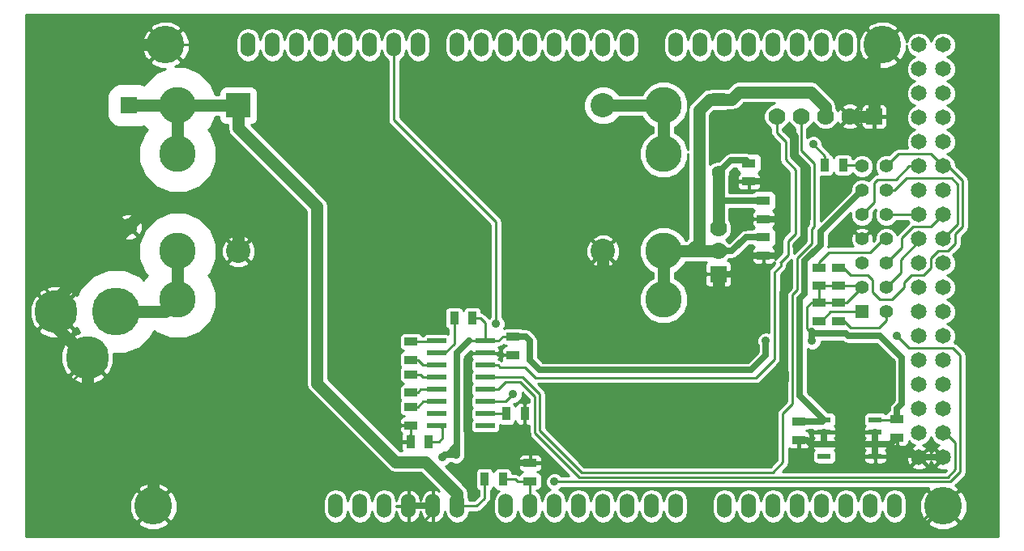
<source format=gtl>
G04 (created by PCBNEW (2012-oct-18)-testing) date Fri 23 Nov 2012 17:27:54 GMT*
%MOIN*%
G04 Gerber Fmt 3.4, Leading zero omitted, Abs format*
%FSLAX34Y34*%
G01*
G70*
G90*
G04 APERTURE LIST*
%ADD10C,2.3622e-06*%
%ADD11R,0.0551X0.0236*%
%ADD12R,0.055X0.035*%
%ADD13R,0.035X0.055*%
%ADD14C,0.15*%
%ADD15C,0.07*%
%ADD16R,0.07X0.07*%
%ADD17R,0.055X0.055*%
%ADD18C,0.055*%
%ADD19R,0.1X0.1*%
%ADD20C,0.1*%
%ADD21C,0.19685*%
%ADD22C,0.177165*%
%ADD23R,0.0787402X0.02*%
%ADD24O,0.06X0.1*%
%ADD25C,0.155*%
%ADD26C,0.065*%
%ADD27R,0.065X0.065*%
%ADD28C,0.035*%
%ADD29C,0.05*%
%ADD30C,0.01*%
%ADD31C,0.025*%
%ADD32C,0.035*%
G04 APERTURE END LIST*
G54D10*
G54D11*
X66200Y-39450D03*
X64100Y-39450D03*
X66200Y-39950D03*
X66200Y-40450D03*
X66200Y-40950D03*
X64100Y-39950D03*
X64100Y-40450D03*
X64100Y-40950D03*
G54D12*
X63900Y-33925D03*
X63900Y-33175D03*
G54D13*
X47825Y-40350D03*
X47075Y-40350D03*
X51025Y-39200D03*
X51775Y-39200D03*
G54D12*
X61600Y-30425D03*
X61600Y-31175D03*
X64700Y-34625D03*
X64700Y-35375D03*
X64700Y-33925D03*
X64700Y-33175D03*
G54D13*
X50125Y-41900D03*
X50875Y-41900D03*
G54D12*
X52000Y-41225D03*
X52000Y-41975D03*
X63900Y-35375D03*
X63900Y-34625D03*
G54D13*
X64875Y-28950D03*
X64125Y-28950D03*
G54D12*
X61600Y-31925D03*
X61600Y-32675D03*
X61000Y-28875D03*
X61000Y-29625D03*
X47100Y-36225D03*
X47100Y-36975D03*
G54D13*
X48875Y-35250D03*
X49625Y-35250D03*
G54D12*
X51300Y-36025D03*
X51300Y-36775D03*
X47100Y-37575D03*
X47100Y-38325D03*
X63050Y-40275D03*
X63050Y-39525D03*
X67100Y-39425D03*
X67100Y-40175D03*
X47100Y-39675D03*
X47100Y-38925D03*
G54D14*
X37500Y-34500D03*
X37500Y-32500D03*
X37500Y-28500D03*
X37500Y-26500D03*
X57500Y-26500D03*
X57500Y-28500D03*
X57500Y-32500D03*
X57500Y-34500D03*
G54D15*
X35500Y-31500D03*
G54D16*
X35500Y-26500D03*
G54D17*
X59750Y-26250D03*
G54D18*
X59750Y-29250D03*
G54D15*
X59750Y-31559D03*
X59750Y-32500D03*
G54D16*
X59750Y-33441D03*
G54D19*
X40000Y-26500D03*
G54D20*
X40000Y-32500D03*
X55000Y-32500D03*
X55000Y-26500D03*
G54D21*
X34960Y-35000D03*
G54D22*
X32500Y-35000D03*
X33779Y-36889D03*
G54D23*
X48150Y-36200D03*
X48150Y-36700D03*
X48150Y-37200D03*
X48150Y-37700D03*
X48150Y-38200D03*
X48150Y-38700D03*
X48150Y-39200D03*
X48150Y-39700D03*
X50150Y-39700D03*
X50150Y-39200D03*
X50150Y-38700D03*
X50150Y-38200D03*
X50150Y-37700D03*
X50150Y-37200D03*
X50150Y-36700D03*
X50150Y-36200D03*
G54D24*
X58000Y-24000D03*
X59000Y-24000D03*
X60000Y-24000D03*
X61000Y-24000D03*
X62000Y-24000D03*
X63000Y-24000D03*
X64000Y-24000D03*
X65000Y-24000D03*
X67000Y-43000D03*
X66000Y-43000D03*
X65000Y-43000D03*
X64000Y-43000D03*
X60000Y-43000D03*
X58000Y-43000D03*
X57000Y-43000D03*
X61000Y-43000D03*
X62000Y-43000D03*
X63000Y-43000D03*
X56000Y-43000D03*
X55000Y-43000D03*
X54000Y-43000D03*
X51000Y-43000D03*
X52000Y-43000D03*
X53000Y-43000D03*
X49000Y-43000D03*
X48000Y-43000D03*
X47000Y-43000D03*
X45000Y-43000D03*
X44000Y-43000D03*
X56000Y-24000D03*
X55000Y-24000D03*
X54000Y-24000D03*
X53000Y-24000D03*
X52000Y-24000D03*
X51000Y-24000D03*
X50000Y-24000D03*
X49000Y-24000D03*
X47400Y-24000D03*
X46400Y-24000D03*
X45400Y-24000D03*
X44400Y-24000D03*
X43400Y-24000D03*
X42400Y-24000D03*
X41400Y-24000D03*
X40400Y-24000D03*
X46000Y-43000D03*
G54D25*
X69000Y-43000D03*
X66500Y-24000D03*
X37000Y-24000D03*
X36500Y-43000D03*
G54D26*
X68000Y-25000D03*
X69000Y-25000D03*
X68000Y-26000D03*
X69000Y-26000D03*
X68000Y-27000D03*
X69000Y-27000D03*
X68000Y-28000D03*
X69000Y-28000D03*
X68000Y-24000D03*
X69000Y-24000D03*
X69000Y-29000D03*
X68000Y-29000D03*
X68000Y-30000D03*
X69000Y-30000D03*
X68000Y-31000D03*
X69000Y-31000D03*
X68000Y-32000D03*
X69000Y-32000D03*
X68000Y-33000D03*
X69000Y-33000D03*
X68000Y-34000D03*
X69000Y-34000D03*
X68000Y-35000D03*
X69000Y-35000D03*
X68000Y-36000D03*
X69000Y-36000D03*
X68000Y-37000D03*
X69000Y-37000D03*
X68000Y-38000D03*
X69000Y-38000D03*
X68000Y-39000D03*
X69000Y-39000D03*
X68000Y-40000D03*
X69000Y-40000D03*
X68000Y-41000D03*
X69000Y-41000D03*
G54D17*
X65650Y-35000D03*
G54D18*
X65650Y-34000D03*
X65650Y-33000D03*
X65650Y-32000D03*
X65650Y-31000D03*
X65650Y-30000D03*
X65650Y-29000D03*
X66650Y-29000D03*
X66650Y-30000D03*
X66650Y-31000D03*
X66650Y-32000D03*
X66650Y-33000D03*
X66650Y-34000D03*
X66650Y-35000D03*
G54D27*
X66150Y-26950D03*
G54D15*
X65150Y-26950D03*
X64150Y-26950D03*
X63150Y-26950D03*
X62150Y-26950D03*
G54D28*
X48950Y-40900D03*
X61700Y-36200D03*
X63600Y-36200D03*
X48400Y-41000D03*
X63650Y-28100D03*
X51300Y-38400D03*
X50600Y-35500D03*
X53000Y-42000D03*
X67100Y-36000D03*
X62700Y-27600D03*
X65500Y-43750D03*
X63500Y-43750D03*
X61500Y-43750D03*
X52500Y-43750D03*
X54500Y-43750D03*
X56500Y-43750D03*
X45500Y-43750D03*
X47500Y-43750D03*
X50450Y-40350D03*
X51300Y-40200D03*
X51100Y-41050D03*
X49850Y-41050D03*
X49300Y-41600D03*
X60000Y-39000D03*
X57250Y-39000D03*
X54500Y-39000D03*
X54500Y-40500D03*
X57250Y-40500D03*
X60000Y-40500D03*
X62440Y-37490D03*
X62420Y-35620D03*
X62610Y-33880D03*
X62970Y-32270D03*
X63360Y-31150D03*
X63360Y-29270D03*
X50000Y-27000D03*
X41000Y-27000D03*
X44000Y-27000D03*
X44000Y-30000D03*
X47000Y-30000D03*
X63000Y-23000D03*
X60000Y-23000D03*
X57000Y-23000D03*
X54000Y-23000D03*
X51000Y-23000D03*
X45000Y-23000D03*
X42000Y-23000D03*
X41000Y-30000D03*
X70500Y-41000D03*
X70500Y-38000D03*
X70500Y-35000D03*
X70500Y-32000D03*
X70500Y-29000D03*
X70500Y-26500D03*
X70500Y-24000D03*
X66000Y-38500D03*
X66000Y-37000D03*
X64500Y-37000D03*
X64500Y-38500D03*
X65250Y-39500D03*
X65250Y-40750D03*
X63000Y-41000D03*
X67000Y-41250D03*
X66500Y-28000D03*
X65250Y-28000D03*
X64500Y-30000D03*
X64500Y-32000D03*
X62000Y-29000D03*
X61000Y-27500D03*
X62500Y-31500D03*
X62500Y-30000D03*
X53000Y-27000D03*
X56000Y-30000D03*
X53000Y-30000D03*
X53000Y-33000D03*
X54000Y-35000D03*
X56000Y-36000D03*
X59000Y-36000D03*
X61500Y-34000D03*
X50000Y-33000D03*
X47000Y-33000D03*
X44000Y-33000D03*
X47000Y-35500D03*
X44000Y-36000D03*
X46000Y-39000D03*
X39000Y-24000D03*
X35000Y-24000D03*
X35000Y-30000D03*
X35000Y-33000D03*
X41000Y-33000D03*
X41000Y-36000D03*
X41000Y-39000D03*
X44000Y-42000D03*
X41000Y-42000D03*
X38000Y-42000D03*
X38000Y-39000D03*
X35000Y-39000D03*
X35000Y-42000D03*
X32000Y-42000D03*
X32000Y-39000D03*
X32000Y-24000D03*
X32000Y-27000D03*
X32000Y-30000D03*
X32000Y-33000D03*
G54D29*
X40000Y-26500D02*
X40000Y-27430D01*
X49000Y-42490D02*
X49000Y-43000D01*
X47690Y-41180D02*
X49000Y-42490D01*
X46470Y-41180D02*
X47690Y-41180D01*
X43230Y-37940D02*
X46470Y-41180D01*
X43230Y-30660D02*
X43230Y-37940D01*
X40000Y-27430D02*
X43230Y-30660D01*
G54D30*
X49000Y-43000D02*
X49800Y-43000D01*
X49800Y-43000D02*
X50125Y-42675D01*
X50125Y-42675D02*
X50125Y-41900D01*
G54D29*
X37500Y-26500D02*
X40000Y-26500D01*
X37500Y-26500D02*
X37500Y-28500D01*
X35500Y-26500D02*
X37500Y-26500D01*
G54D31*
X59750Y-32500D02*
X60300Y-32500D01*
X60875Y-31925D02*
X61600Y-31925D01*
X60300Y-32500D02*
X60875Y-31925D01*
G54D29*
X59750Y-26250D02*
X60300Y-26250D01*
X64150Y-26550D02*
X64150Y-26950D01*
X63550Y-25950D02*
X64150Y-26550D01*
X60600Y-25950D02*
X62640Y-25950D01*
X62640Y-25950D02*
X63550Y-25950D01*
X60300Y-26250D02*
X60600Y-25950D01*
X59750Y-26250D02*
X59400Y-26250D01*
X58950Y-32150D02*
X58600Y-32500D01*
X58950Y-26700D02*
X58950Y-32150D01*
X59400Y-26250D02*
X58950Y-26700D01*
X57500Y-32500D02*
X58600Y-32500D01*
X58600Y-32500D02*
X59750Y-32500D01*
X57500Y-32500D02*
X57500Y-34500D01*
G54D31*
X48650Y-40900D02*
X48650Y-40850D01*
X48650Y-40850D02*
X49000Y-40500D01*
X63590Y-35900D02*
X65000Y-35900D01*
X65000Y-35900D02*
X65100Y-36000D01*
X65100Y-36000D02*
X66400Y-36000D01*
X66400Y-36000D02*
X67300Y-36900D01*
X67300Y-36900D02*
X67300Y-38800D01*
X67300Y-38800D02*
X67100Y-39000D01*
X67100Y-39000D02*
X67100Y-39425D01*
X51300Y-36025D02*
X51825Y-36025D01*
X51825Y-36025D02*
X52000Y-36200D01*
X52000Y-36200D02*
X52000Y-37000D01*
X52000Y-37000D02*
X52400Y-37400D01*
X52400Y-37400D02*
X61100Y-37400D01*
X61100Y-37400D02*
X61700Y-36800D01*
X61700Y-36800D02*
X61700Y-36200D01*
X63600Y-36200D02*
X63590Y-36190D01*
X63590Y-36190D02*
X63590Y-35900D01*
X63590Y-35900D02*
X63590Y-35800D01*
X48500Y-40900D02*
X48650Y-40900D01*
X48650Y-40900D02*
X48950Y-40900D01*
X48950Y-40900D02*
X49000Y-40900D01*
X48400Y-41000D02*
X48500Y-40900D01*
G54D30*
X50150Y-36200D02*
X49500Y-36200D01*
G54D31*
X49000Y-40900D02*
X49000Y-40500D01*
X49000Y-40500D02*
X49000Y-36700D01*
X49000Y-36700D02*
X49500Y-36200D01*
G54D30*
X50400Y-36200D02*
X50700Y-36200D01*
X50875Y-36025D02*
X51300Y-36025D01*
X50700Y-36200D02*
X50875Y-36025D01*
X66200Y-39450D02*
X67075Y-39450D01*
X67075Y-39450D02*
X67100Y-39425D01*
X63520Y-35800D02*
X63590Y-35800D01*
X63400Y-34800D02*
X63400Y-35700D01*
X63575Y-34625D02*
X63400Y-34800D01*
X63900Y-34625D02*
X63575Y-34625D01*
X63500Y-35800D02*
X63520Y-35800D01*
X63400Y-35700D02*
X63500Y-35800D01*
X49625Y-35250D02*
X49950Y-35250D01*
X50150Y-35450D02*
X50150Y-36200D01*
X49950Y-35250D02*
X50150Y-35450D01*
X50150Y-36200D02*
X50400Y-36200D01*
X63900Y-33925D02*
X63900Y-34625D01*
X64700Y-34625D02*
X65025Y-34625D01*
X65025Y-34625D02*
X65650Y-34000D01*
X63900Y-34625D02*
X64700Y-34625D01*
X64700Y-33925D02*
X65575Y-33925D01*
X65575Y-33925D02*
X65650Y-34000D01*
X63900Y-33925D02*
X64700Y-33925D01*
X68000Y-29000D02*
X67600Y-29000D01*
X66150Y-30500D02*
X65650Y-31000D01*
X66150Y-29700D02*
X66150Y-30500D01*
X66300Y-29550D02*
X66150Y-29700D01*
X67050Y-29550D02*
X66300Y-29550D01*
X67600Y-29000D02*
X67050Y-29550D01*
X64700Y-33175D02*
X64875Y-33175D01*
X69200Y-29000D02*
X69000Y-29000D01*
X69800Y-29600D02*
X69200Y-29000D01*
X69800Y-31500D02*
X69800Y-29600D01*
X64875Y-33175D02*
X65200Y-33500D01*
X66650Y-29000D02*
X67150Y-28500D01*
X68500Y-28500D02*
X69000Y-29000D01*
X67150Y-28500D02*
X68500Y-28500D01*
X69500Y-31800D02*
X69800Y-31500D01*
X69500Y-32200D02*
X69500Y-31800D01*
X69200Y-32500D02*
X69500Y-32200D01*
X68800Y-32500D02*
X69200Y-32500D01*
X68500Y-32800D02*
X68800Y-32500D01*
X68500Y-33200D02*
X68500Y-32800D01*
X68200Y-33500D02*
X68500Y-33200D01*
X67700Y-33500D02*
X68200Y-33500D01*
X67400Y-33800D02*
X67700Y-33500D01*
X67400Y-34000D02*
X67400Y-33800D01*
X66900Y-34500D02*
X67400Y-34000D01*
X66400Y-34500D02*
X66900Y-34500D01*
X66100Y-34200D02*
X66400Y-34500D01*
X66100Y-33700D02*
X66100Y-34200D01*
X65900Y-33500D02*
X66100Y-33700D01*
X65200Y-33500D02*
X65900Y-33500D01*
X64700Y-35375D02*
X64925Y-35375D01*
X66650Y-35350D02*
X66650Y-35000D01*
X66350Y-35650D02*
X66650Y-35350D01*
X65200Y-35650D02*
X66350Y-35650D01*
X64925Y-35375D02*
X65200Y-35650D01*
X66650Y-32000D02*
X66550Y-32000D01*
X63900Y-32950D02*
X63900Y-33175D01*
X64300Y-32550D02*
X63900Y-32950D01*
X66000Y-32550D02*
X64300Y-32550D01*
X66550Y-32000D02*
X66000Y-32550D01*
X66650Y-31000D02*
X68000Y-31000D01*
X69000Y-31000D02*
X68500Y-31500D01*
X67300Y-32350D02*
X66650Y-33000D01*
X67300Y-31950D02*
X67300Y-32350D01*
X67750Y-31500D02*
X67300Y-31950D01*
X68500Y-31500D02*
X67750Y-31500D01*
X68000Y-32000D02*
X68000Y-32100D01*
X67250Y-33400D02*
X66650Y-34000D01*
X67250Y-32850D02*
X67250Y-33400D01*
X68000Y-32100D02*
X67250Y-32850D01*
X66650Y-30000D02*
X67000Y-30000D01*
X69600Y-31400D02*
X69000Y-32000D01*
X69600Y-29750D02*
X69600Y-31400D01*
X69350Y-29500D02*
X69600Y-29750D01*
X67500Y-29500D02*
X69350Y-29500D01*
X67000Y-30000D02*
X67500Y-29500D01*
G54D31*
X63050Y-39525D02*
X64025Y-39525D01*
X64025Y-39525D02*
X64100Y-39450D01*
X65650Y-30000D02*
X63950Y-31700D01*
X63100Y-38450D02*
X64100Y-39450D01*
X63100Y-34450D02*
X63100Y-38450D01*
X63300Y-34250D02*
X63100Y-34450D01*
X63300Y-32900D02*
X63300Y-34250D01*
X63950Y-32250D02*
X63300Y-32900D01*
X63950Y-31700D02*
X63950Y-32250D01*
G54D30*
X63900Y-35375D02*
X63975Y-35375D01*
X64350Y-35000D02*
X65650Y-35000D01*
X63975Y-35375D02*
X64350Y-35000D01*
X69000Y-40000D02*
X69100Y-40000D01*
X50700Y-38200D02*
X50400Y-38200D01*
X51000Y-37900D02*
X50700Y-38200D01*
X51600Y-37900D02*
X51000Y-37900D01*
X52200Y-38500D02*
X51600Y-37900D01*
X52200Y-40000D02*
X52200Y-38500D01*
X54019Y-41819D02*
X52200Y-40000D01*
X69180Y-41819D02*
X54019Y-41819D01*
X69500Y-41500D02*
X69180Y-41819D01*
X69500Y-40400D02*
X69500Y-41500D01*
X69100Y-40000D02*
X69500Y-40400D01*
X64125Y-28575D02*
X64125Y-28950D01*
X63650Y-28100D02*
X64125Y-28575D01*
X51000Y-38700D02*
X50400Y-38700D01*
X51300Y-38400D02*
X51000Y-38700D01*
X50600Y-31300D02*
X50600Y-35500D01*
X46400Y-27100D02*
X50600Y-31300D01*
X46400Y-24000D02*
X46400Y-27100D01*
X69300Y-42000D02*
X53000Y-42000D01*
X69700Y-41600D02*
X69300Y-42000D01*
X69700Y-36800D02*
X69700Y-41600D01*
X69400Y-36500D02*
X69700Y-36800D01*
X67600Y-36500D02*
X69400Y-36500D01*
X67100Y-36000D02*
X67600Y-36500D01*
X50875Y-41900D02*
X51400Y-41900D01*
X51475Y-41975D02*
X52000Y-41975D01*
X51400Y-41900D02*
X51475Y-41975D01*
X52000Y-41975D02*
X52000Y-43000D01*
X50400Y-37700D02*
X51700Y-37700D01*
X54119Y-41619D02*
X61500Y-41619D01*
X52400Y-39900D02*
X54119Y-41619D01*
X52400Y-38400D02*
X52400Y-39900D01*
X51700Y-37700D02*
X52400Y-38400D01*
X63000Y-33300D02*
X63000Y-34100D01*
X63150Y-28350D02*
X63700Y-28900D01*
X63700Y-28900D02*
X63700Y-31500D01*
X63700Y-31500D02*
X63600Y-31600D01*
X63600Y-31600D02*
X63600Y-32200D01*
X63600Y-32200D02*
X63000Y-32800D01*
X63000Y-32800D02*
X63000Y-33300D01*
X63150Y-26950D02*
X63150Y-28350D01*
X61980Y-41619D02*
X61500Y-41619D01*
X61500Y-41619D02*
X61500Y-41619D01*
X62400Y-41200D02*
X61980Y-41619D01*
X62400Y-39200D02*
X62400Y-41200D01*
X62800Y-38800D02*
X62400Y-39200D01*
X62800Y-34300D02*
X62800Y-38800D01*
X63000Y-34100D02*
X62800Y-34300D01*
X62305Y-32955D02*
X62305Y-33115D01*
X62305Y-33115D02*
X62060Y-33360D01*
X62060Y-33360D02*
X62060Y-36950D01*
X62060Y-36950D02*
X61300Y-37710D01*
X61300Y-37710D02*
X52220Y-37710D01*
X52220Y-37710D02*
X51780Y-37270D01*
X51780Y-37270D02*
X50750Y-37270D01*
X50750Y-37270D02*
X50680Y-37200D01*
X50680Y-37200D02*
X50150Y-37200D01*
X62150Y-26950D02*
X62150Y-27610D01*
X62150Y-27610D02*
X62510Y-27970D01*
X62510Y-27970D02*
X62510Y-28730D01*
X62510Y-28730D02*
X62920Y-29140D01*
X62920Y-29140D02*
X62920Y-31770D01*
X62920Y-31770D02*
X62610Y-32080D01*
X62610Y-32080D02*
X62610Y-32650D01*
X62610Y-32650D02*
X62305Y-32955D01*
X62305Y-32955D02*
X62300Y-32960D01*
G54D32*
X63360Y-29270D02*
X63360Y-29060D01*
X63360Y-29060D02*
X62844Y-28544D01*
X62844Y-28544D02*
X62844Y-27744D01*
X62844Y-27744D02*
X62700Y-27600D01*
G54D30*
X52250Y-44000D02*
X51750Y-44000D01*
X69000Y-43000D02*
X68750Y-43000D01*
X68750Y-43000D02*
X68000Y-43750D01*
X68000Y-43750D02*
X65500Y-43750D01*
X63500Y-43750D02*
X61500Y-43750D01*
X52500Y-43750D02*
X52250Y-44000D01*
X56500Y-43750D02*
X54500Y-43750D01*
X48000Y-43000D02*
X48000Y-43250D01*
X43000Y-43500D02*
X43000Y-43750D01*
X42750Y-43250D02*
X43000Y-43500D01*
X42750Y-43500D02*
X42750Y-43250D01*
X43250Y-44000D02*
X42750Y-43500D01*
X45250Y-44000D02*
X43250Y-44000D01*
X45500Y-43750D02*
X45250Y-44000D01*
X48000Y-43250D02*
X47500Y-43750D01*
G54D31*
X47000Y-43000D02*
X48000Y-43000D01*
G54D30*
X50450Y-40350D02*
X50600Y-40200D01*
X50600Y-40200D02*
X51300Y-40200D01*
X52000Y-41225D02*
X51275Y-41225D01*
X51275Y-41225D02*
X51100Y-41050D01*
X49850Y-41050D02*
X49300Y-41600D01*
G54D32*
X62440Y-37490D02*
X62440Y-37810D01*
X62440Y-37810D02*
X61250Y-39000D01*
X61250Y-39000D02*
X60000Y-39000D01*
X57250Y-39000D02*
X54500Y-39000D01*
X54500Y-40500D02*
X57250Y-40500D01*
X62420Y-35620D02*
X62420Y-37470D01*
X62420Y-37470D02*
X62440Y-37490D01*
X62610Y-33880D02*
X62610Y-34000D01*
X62610Y-34000D02*
X62430Y-34180D01*
X62430Y-34180D02*
X62430Y-35610D01*
X62430Y-35610D02*
X62420Y-35620D01*
X62610Y-33880D02*
X62610Y-33390D01*
G54D31*
X63360Y-31150D02*
X63360Y-31430D01*
X63360Y-31430D02*
X63250Y-31540D01*
X63250Y-31540D02*
X63250Y-31990D01*
X63250Y-31990D02*
X62970Y-32270D01*
G54D32*
X63360Y-29270D02*
X63360Y-31150D01*
G54D30*
X59500Y-36000D02*
X59460Y-36000D01*
X59460Y-36000D02*
X59000Y-36000D01*
X50000Y-27000D02*
X49000Y-27000D01*
X44000Y-27000D02*
X41000Y-27000D01*
X47000Y-30000D02*
X44000Y-30000D01*
X63000Y-23000D02*
X64000Y-23000D01*
X57000Y-23000D02*
X60000Y-23000D01*
X51000Y-23000D02*
X54000Y-23000D01*
X42000Y-23000D02*
X45000Y-23000D01*
X41000Y-30000D02*
X40000Y-30000D01*
X50150Y-36700D02*
X50600Y-36700D01*
X50675Y-36775D02*
X51300Y-36775D01*
X50600Y-36700D02*
X50675Y-36775D01*
X49400Y-37000D02*
X49400Y-36800D01*
G54D31*
X50725Y-41225D02*
X49400Y-39900D01*
X49400Y-39900D02*
X49400Y-37000D01*
X52000Y-41225D02*
X50725Y-41225D01*
G54D30*
X49500Y-36700D02*
X50150Y-36700D01*
X49400Y-36800D02*
X49500Y-36700D01*
X46000Y-39000D02*
X46000Y-39300D01*
X46375Y-39675D02*
X47100Y-39675D01*
X46000Y-39300D02*
X46375Y-39675D01*
X51775Y-39200D02*
X51775Y-39775D01*
X52000Y-40000D02*
X52000Y-40150D01*
X51775Y-39775D02*
X52000Y-40000D01*
X47100Y-39675D02*
X47100Y-40325D01*
X47100Y-40325D02*
X47075Y-40350D01*
X66500Y-24000D02*
X67500Y-23000D01*
X70500Y-38000D02*
X70500Y-41000D01*
X70500Y-32000D02*
X70500Y-35000D01*
X70500Y-26500D02*
X70500Y-29000D01*
X70500Y-23500D02*
X70500Y-24000D01*
X70000Y-23000D02*
X70500Y-23500D01*
X67500Y-23000D02*
X70000Y-23000D01*
X65250Y-41500D02*
X65250Y-40750D01*
X66000Y-38500D02*
X65750Y-38500D01*
X64500Y-37000D02*
X66000Y-37000D01*
X65000Y-39000D02*
X64500Y-38500D01*
X65000Y-39250D02*
X65000Y-39000D01*
X65250Y-39500D02*
X65000Y-39250D01*
X63500Y-41500D02*
X63000Y-41000D01*
X66750Y-41500D02*
X65250Y-41500D01*
X65250Y-41500D02*
X63500Y-41500D01*
X67000Y-41250D02*
X66750Y-41500D01*
X65250Y-28000D02*
X66500Y-28000D01*
X64500Y-30000D02*
X64250Y-29750D01*
X64500Y-32000D02*
X64750Y-32000D01*
X62000Y-29000D02*
X62000Y-28000D01*
X62000Y-28000D02*
X61500Y-27500D01*
X61500Y-27500D02*
X61000Y-27500D01*
X62500Y-31500D02*
X62500Y-30000D01*
X53000Y-33000D02*
X53000Y-30000D01*
X56000Y-30000D02*
X53000Y-27000D01*
X53000Y-33000D02*
X53000Y-32250D01*
X55000Y-35000D02*
X54000Y-35000D01*
X56000Y-36000D02*
X55000Y-35000D01*
X61500Y-34000D02*
X59500Y-36000D01*
X47000Y-33000D02*
X50000Y-33000D01*
X44500Y-33000D02*
X44000Y-33000D01*
X47000Y-35500D02*
X44500Y-33000D01*
X44000Y-37000D02*
X44000Y-36000D01*
X46000Y-39000D02*
X44000Y-37000D01*
X37000Y-24000D02*
X39000Y-24000D01*
X35000Y-24000D02*
X34000Y-24000D01*
X34000Y-31000D02*
X35000Y-30000D01*
X34000Y-32000D02*
X34000Y-31000D01*
X35000Y-33000D02*
X34000Y-32000D01*
X38000Y-42000D02*
X41000Y-42000D01*
X41000Y-36000D02*
X41000Y-33000D01*
X44000Y-42000D02*
X41000Y-39000D01*
X33779Y-36889D02*
X33779Y-37220D01*
X38000Y-42000D02*
X38000Y-43000D01*
X35000Y-39000D02*
X38000Y-39000D01*
X32000Y-42000D02*
X35000Y-42000D01*
X33779Y-37220D02*
X32000Y-39000D01*
X32500Y-35000D02*
X32500Y-34500D01*
X32500Y-34500D02*
X32000Y-34000D01*
X32000Y-24000D02*
X32000Y-23000D01*
X32000Y-30000D02*
X32000Y-27000D01*
X32000Y-34000D02*
X32000Y-33000D01*
G54D29*
X33779Y-36889D02*
X33779Y-39569D01*
X36500Y-41450D02*
X36500Y-43000D01*
X35670Y-40620D02*
X36500Y-41450D01*
X34830Y-40620D02*
X35670Y-40620D01*
X33779Y-39569D02*
X34830Y-40620D01*
X32500Y-35000D02*
X32500Y-35610D01*
X32500Y-35610D02*
X33779Y-36889D01*
X32500Y-34500D02*
X35500Y-31500D01*
G54D30*
X52000Y-40150D02*
X52000Y-40100D01*
X52000Y-40100D02*
X52000Y-41225D01*
G54D31*
X59750Y-33441D02*
X60259Y-33441D01*
X61025Y-32675D02*
X61600Y-32675D01*
X60259Y-33441D02*
X61025Y-32675D01*
X61600Y-31175D02*
X62300Y-31175D01*
X62200Y-31200D02*
X62300Y-31200D01*
X62275Y-31200D02*
X62200Y-31200D01*
X62300Y-31175D02*
X62275Y-31200D01*
X61000Y-29625D02*
X61925Y-29625D01*
X62125Y-32675D02*
X61600Y-32675D01*
X62300Y-31200D02*
X62300Y-32500D01*
X62300Y-32500D02*
X62125Y-32675D01*
X62300Y-30000D02*
X62300Y-31200D01*
X61925Y-29625D02*
X62300Y-30000D01*
X63050Y-40275D02*
X63375Y-40275D01*
X63550Y-40450D02*
X64100Y-40450D01*
X63375Y-40275D02*
X63550Y-40450D01*
X68000Y-41000D02*
X69000Y-41000D01*
X66800Y-40450D02*
X67250Y-40900D01*
X67250Y-40900D02*
X67900Y-40900D01*
X67900Y-40900D02*
X68000Y-41000D01*
X66200Y-40450D02*
X66800Y-40450D01*
X66800Y-40450D02*
X66825Y-40450D01*
X66825Y-40450D02*
X67100Y-40175D01*
X64100Y-40450D02*
X66200Y-40450D01*
X64100Y-39950D02*
X64100Y-40450D01*
X66200Y-40450D02*
X66200Y-40950D01*
X66200Y-39950D02*
X66200Y-40450D01*
G54D29*
X66150Y-26950D02*
X66150Y-25400D01*
X66150Y-25400D02*
X66150Y-24350D01*
X66150Y-24350D02*
X66500Y-24000D01*
X65150Y-26950D02*
X66150Y-26950D01*
X55000Y-32500D02*
X55000Y-34000D01*
X55000Y-34000D02*
X55410Y-34410D01*
X55410Y-34410D02*
X56750Y-35750D01*
X56750Y-35750D02*
X58400Y-35750D01*
X58400Y-35750D02*
X59750Y-34400D01*
X59750Y-34400D02*
X59750Y-33441D01*
X35500Y-31500D02*
X35150Y-31500D01*
X35750Y-24000D02*
X37000Y-24000D01*
X33600Y-26150D02*
X35750Y-24000D01*
X33600Y-29950D02*
X33600Y-26150D01*
X35150Y-31500D02*
X33600Y-29950D01*
X35500Y-31500D02*
X35500Y-31450D01*
X40000Y-31800D02*
X40000Y-32500D01*
X38750Y-30550D02*
X40000Y-31800D01*
X36400Y-30550D02*
X38750Y-30550D01*
X35500Y-31450D02*
X36400Y-30550D01*
G54D30*
X64875Y-28950D02*
X65600Y-28950D01*
X65600Y-28950D02*
X65650Y-29000D01*
X50400Y-39200D02*
X51025Y-39200D01*
X47100Y-36225D02*
X47875Y-36225D01*
X47875Y-36225D02*
X47900Y-36200D01*
X47100Y-36975D02*
X47375Y-36975D01*
X47600Y-37200D02*
X47900Y-37200D01*
X47375Y-36975D02*
X47600Y-37200D01*
X47100Y-37575D02*
X47475Y-37575D01*
X47600Y-37700D02*
X47900Y-37700D01*
X47475Y-37575D02*
X47600Y-37700D01*
X47100Y-38325D02*
X47375Y-38325D01*
X47500Y-38200D02*
X47900Y-38200D01*
X47375Y-38325D02*
X47500Y-38200D01*
X48150Y-36700D02*
X48500Y-36700D01*
X48875Y-36325D02*
X48875Y-35250D01*
X48500Y-36700D02*
X48875Y-36325D01*
X47100Y-38925D02*
X47375Y-38925D01*
X47600Y-38700D02*
X47900Y-38700D01*
X47375Y-38925D02*
X47600Y-38700D01*
X47900Y-39700D02*
X48300Y-39700D01*
X48250Y-40350D02*
X47825Y-40350D01*
X48400Y-40200D02*
X48250Y-40350D01*
X48400Y-39800D02*
X48400Y-40200D01*
X48300Y-39700D02*
X48400Y-39800D01*
G54D29*
X34960Y-35000D02*
X37000Y-35000D01*
X37000Y-35000D02*
X37500Y-34500D01*
X37500Y-34500D02*
X37500Y-32500D01*
X57500Y-26500D02*
X57500Y-28500D01*
X55000Y-26500D02*
X57500Y-26500D01*
G54D31*
X61600Y-30425D02*
X59750Y-30425D01*
X59800Y-30400D02*
X59750Y-30400D01*
X59775Y-30400D02*
X59800Y-30400D01*
X59750Y-30425D02*
X59775Y-30400D01*
G54D29*
X59750Y-29250D02*
X59750Y-30400D01*
X59750Y-30400D02*
X59750Y-31559D01*
G54D31*
X59750Y-29250D02*
X60250Y-28750D01*
X60875Y-28750D02*
X61000Y-28875D01*
X60250Y-28750D02*
X60875Y-28750D01*
G54D10*
G36*
X53596Y-41750D02*
X53280Y-41750D01*
X53212Y-41682D01*
X53074Y-41625D01*
X52925Y-41624D01*
X52787Y-41681D01*
X52682Y-41787D01*
X52625Y-41925D01*
X52624Y-42074D01*
X52681Y-42212D01*
X52787Y-42317D01*
X52806Y-42325D01*
X52646Y-42432D01*
X52538Y-42594D01*
X52500Y-42786D01*
X52461Y-42594D01*
X52353Y-42432D01*
X52250Y-42363D01*
X52250Y-42350D01*
X52314Y-42350D01*
X52388Y-42319D01*
X52444Y-42263D01*
X52474Y-42189D01*
X52475Y-42110D01*
X52475Y-41760D01*
X52444Y-41686D01*
X52388Y-41630D01*
X52314Y-41600D01*
X52275Y-41600D01*
X52314Y-41599D01*
X52388Y-41569D01*
X52444Y-41513D01*
X52475Y-41439D01*
X52475Y-41010D01*
X52444Y-40936D01*
X52388Y-40880D01*
X52314Y-40850D01*
X52235Y-40849D01*
X52075Y-40850D01*
X52025Y-40900D01*
X52025Y-41200D01*
X52425Y-41200D01*
X52475Y-41150D01*
X52475Y-41010D01*
X52475Y-41439D01*
X52475Y-41300D01*
X52425Y-41250D01*
X52075Y-41250D01*
X52025Y-41250D01*
X51975Y-41250D01*
X51975Y-41200D01*
X51975Y-40900D01*
X51925Y-40850D01*
X51764Y-40849D01*
X51685Y-40850D01*
X51611Y-40880D01*
X51555Y-40936D01*
X51524Y-41010D01*
X51525Y-41150D01*
X51575Y-41200D01*
X51975Y-41200D01*
X51975Y-41250D01*
X51925Y-41250D01*
X51575Y-41250D01*
X51525Y-41300D01*
X51524Y-41439D01*
X51555Y-41513D01*
X51611Y-41569D01*
X51685Y-41599D01*
X51685Y-41599D01*
X51611Y-41630D01*
X51555Y-41686D01*
X51548Y-41704D01*
X51495Y-41669D01*
X51400Y-41650D01*
X51250Y-41650D01*
X51250Y-41585D01*
X51219Y-41511D01*
X51163Y-41455D01*
X51089Y-41425D01*
X51010Y-41424D01*
X50660Y-41424D01*
X50586Y-41455D01*
X50530Y-41511D01*
X50500Y-41585D01*
X50500Y-41585D01*
X50469Y-41511D01*
X50413Y-41455D01*
X50339Y-41425D01*
X50260Y-41424D01*
X49910Y-41424D01*
X49836Y-41455D01*
X49780Y-41511D01*
X49750Y-41585D01*
X49749Y-41664D01*
X49749Y-42214D01*
X49780Y-42288D01*
X49836Y-42344D01*
X49875Y-42360D01*
X49875Y-42571D01*
X49696Y-42750D01*
X49492Y-42750D01*
X49461Y-42594D01*
X49450Y-42577D01*
X49450Y-42490D01*
X49415Y-42317D01*
X49318Y-42171D01*
X48507Y-41361D01*
X48612Y-41318D01*
X48705Y-41225D01*
X48754Y-41225D01*
X48875Y-41274D01*
X49024Y-41275D01*
X49162Y-41218D01*
X49267Y-41112D01*
X49324Y-40974D01*
X49325Y-40900D01*
X49325Y-40825D01*
X49325Y-40825D01*
X49325Y-40500D01*
X49325Y-40500D01*
X49325Y-36834D01*
X49556Y-36603D01*
X49556Y-36625D01*
X49606Y-36675D01*
X50075Y-36675D01*
X50125Y-36675D01*
X50175Y-36675D01*
X50225Y-36675D01*
X50693Y-36675D01*
X50743Y-36625D01*
X50743Y-36560D01*
X50713Y-36486D01*
X50676Y-36450D01*
X50700Y-36450D01*
X50795Y-36430D01*
X50876Y-36376D01*
X50897Y-36355D01*
X50911Y-36369D01*
X50985Y-36399D01*
X51024Y-36400D01*
X50985Y-36400D01*
X50911Y-36430D01*
X50855Y-36486D01*
X50824Y-36560D01*
X50825Y-36700D01*
X50875Y-36750D01*
X51225Y-36750D01*
X51275Y-36750D01*
X51325Y-36750D01*
X51325Y-36800D01*
X51275Y-36800D01*
X51225Y-36800D01*
X50875Y-36800D01*
X50825Y-36850D01*
X50824Y-36989D01*
X50832Y-37006D01*
X50775Y-36969D01*
X50680Y-36950D01*
X50676Y-36950D01*
X50713Y-36913D01*
X50743Y-36839D01*
X50743Y-36775D01*
X50693Y-36725D01*
X50225Y-36725D01*
X50175Y-36725D01*
X50125Y-36725D01*
X50075Y-36725D01*
X49606Y-36725D01*
X49556Y-36775D01*
X49556Y-36839D01*
X49586Y-36913D01*
X49623Y-36950D01*
X49586Y-36986D01*
X49556Y-37060D01*
X49556Y-37139D01*
X49556Y-37339D01*
X49586Y-37413D01*
X49623Y-37450D01*
X49586Y-37486D01*
X49556Y-37560D01*
X49556Y-37639D01*
X49556Y-37839D01*
X49586Y-37913D01*
X49623Y-37950D01*
X49586Y-37986D01*
X49556Y-38060D01*
X49556Y-38139D01*
X49556Y-38339D01*
X49586Y-38413D01*
X49623Y-38450D01*
X49586Y-38486D01*
X49556Y-38560D01*
X49556Y-38639D01*
X49556Y-38839D01*
X49586Y-38913D01*
X49623Y-38950D01*
X49586Y-38986D01*
X49556Y-39060D01*
X49556Y-39139D01*
X49556Y-39339D01*
X49586Y-39413D01*
X49623Y-39450D01*
X49586Y-39486D01*
X49556Y-39560D01*
X49556Y-39639D01*
X49556Y-39839D01*
X49586Y-39913D01*
X49642Y-39969D01*
X49716Y-39999D01*
X49795Y-40000D01*
X50583Y-40000D01*
X50656Y-39969D01*
X50713Y-39913D01*
X50743Y-39839D01*
X50743Y-39760D01*
X50743Y-39647D01*
X50810Y-39674D01*
X50889Y-39675D01*
X51239Y-39675D01*
X51313Y-39644D01*
X51369Y-39588D01*
X51399Y-39514D01*
X51400Y-39475D01*
X51400Y-39514D01*
X51430Y-39588D01*
X51486Y-39644D01*
X51560Y-39675D01*
X51700Y-39675D01*
X51750Y-39625D01*
X51750Y-39275D01*
X51750Y-39225D01*
X51750Y-39175D01*
X51750Y-39125D01*
X51750Y-38775D01*
X51700Y-38725D01*
X51560Y-38724D01*
X51486Y-38755D01*
X51430Y-38811D01*
X51400Y-38885D01*
X51400Y-38885D01*
X51369Y-38811D01*
X51332Y-38775D01*
X51374Y-38775D01*
X51512Y-38718D01*
X51617Y-38612D01*
X51674Y-38474D01*
X51675Y-38328D01*
X51950Y-38603D01*
X51950Y-38724D01*
X51850Y-38725D01*
X51800Y-38775D01*
X51800Y-39125D01*
X51800Y-39175D01*
X51800Y-39225D01*
X51800Y-39275D01*
X51800Y-39625D01*
X51850Y-39675D01*
X51950Y-39675D01*
X51950Y-40000D01*
X51969Y-40095D01*
X52023Y-40176D01*
X53596Y-41750D01*
X53596Y-41750D01*
G37*
G54D30*
X53596Y-41750D02*
X53280Y-41750D01*
X53212Y-41682D01*
X53074Y-41625D01*
X52925Y-41624D01*
X52787Y-41681D01*
X52682Y-41787D01*
X52625Y-41925D01*
X52624Y-42074D01*
X52681Y-42212D01*
X52787Y-42317D01*
X52806Y-42325D01*
X52646Y-42432D01*
X52538Y-42594D01*
X52500Y-42786D01*
X52461Y-42594D01*
X52353Y-42432D01*
X52250Y-42363D01*
X52250Y-42350D01*
X52314Y-42350D01*
X52388Y-42319D01*
X52444Y-42263D01*
X52474Y-42189D01*
X52475Y-42110D01*
X52475Y-41760D01*
X52444Y-41686D01*
X52388Y-41630D01*
X52314Y-41600D01*
X52275Y-41600D01*
X52314Y-41599D01*
X52388Y-41569D01*
X52444Y-41513D01*
X52475Y-41439D01*
X52475Y-41010D01*
X52444Y-40936D01*
X52388Y-40880D01*
X52314Y-40850D01*
X52235Y-40849D01*
X52075Y-40850D01*
X52025Y-40900D01*
X52025Y-41200D01*
X52425Y-41200D01*
X52475Y-41150D01*
X52475Y-41010D01*
X52475Y-41439D01*
X52475Y-41300D01*
X52425Y-41250D01*
X52075Y-41250D01*
X52025Y-41250D01*
X51975Y-41250D01*
X51975Y-41200D01*
X51975Y-40900D01*
X51925Y-40850D01*
X51764Y-40849D01*
X51685Y-40850D01*
X51611Y-40880D01*
X51555Y-40936D01*
X51524Y-41010D01*
X51525Y-41150D01*
X51575Y-41200D01*
X51975Y-41200D01*
X51975Y-41250D01*
X51925Y-41250D01*
X51575Y-41250D01*
X51525Y-41300D01*
X51524Y-41439D01*
X51555Y-41513D01*
X51611Y-41569D01*
X51685Y-41599D01*
X51685Y-41599D01*
X51611Y-41630D01*
X51555Y-41686D01*
X51548Y-41704D01*
X51495Y-41669D01*
X51400Y-41650D01*
X51250Y-41650D01*
X51250Y-41585D01*
X51219Y-41511D01*
X51163Y-41455D01*
X51089Y-41425D01*
X51010Y-41424D01*
X50660Y-41424D01*
X50586Y-41455D01*
X50530Y-41511D01*
X50500Y-41585D01*
X50500Y-41585D01*
X50469Y-41511D01*
X50413Y-41455D01*
X50339Y-41425D01*
X50260Y-41424D01*
X49910Y-41424D01*
X49836Y-41455D01*
X49780Y-41511D01*
X49750Y-41585D01*
X49749Y-41664D01*
X49749Y-42214D01*
X49780Y-42288D01*
X49836Y-42344D01*
X49875Y-42360D01*
X49875Y-42571D01*
X49696Y-42750D01*
X49492Y-42750D01*
X49461Y-42594D01*
X49450Y-42577D01*
X49450Y-42490D01*
X49415Y-42317D01*
X49318Y-42171D01*
X48507Y-41361D01*
X48612Y-41318D01*
X48705Y-41225D01*
X48754Y-41225D01*
X48875Y-41274D01*
X49024Y-41275D01*
X49162Y-41218D01*
X49267Y-41112D01*
X49324Y-40974D01*
X49325Y-40900D01*
X49325Y-40825D01*
X49325Y-40825D01*
X49325Y-40500D01*
X49325Y-40500D01*
X49325Y-36834D01*
X49556Y-36603D01*
X49556Y-36625D01*
X49606Y-36675D01*
X50075Y-36675D01*
X50125Y-36675D01*
X50175Y-36675D01*
X50225Y-36675D01*
X50693Y-36675D01*
X50743Y-36625D01*
X50743Y-36560D01*
X50713Y-36486D01*
X50676Y-36450D01*
X50700Y-36450D01*
X50795Y-36430D01*
X50876Y-36376D01*
X50897Y-36355D01*
X50911Y-36369D01*
X50985Y-36399D01*
X51024Y-36400D01*
X50985Y-36400D01*
X50911Y-36430D01*
X50855Y-36486D01*
X50824Y-36560D01*
X50825Y-36700D01*
X50875Y-36750D01*
X51225Y-36750D01*
X51275Y-36750D01*
X51325Y-36750D01*
X51325Y-36800D01*
X51275Y-36800D01*
X51225Y-36800D01*
X50875Y-36800D01*
X50825Y-36850D01*
X50824Y-36989D01*
X50832Y-37006D01*
X50775Y-36969D01*
X50680Y-36950D01*
X50676Y-36950D01*
X50713Y-36913D01*
X50743Y-36839D01*
X50743Y-36775D01*
X50693Y-36725D01*
X50225Y-36725D01*
X50175Y-36725D01*
X50125Y-36725D01*
X50075Y-36725D01*
X49606Y-36725D01*
X49556Y-36775D01*
X49556Y-36839D01*
X49586Y-36913D01*
X49623Y-36950D01*
X49586Y-36986D01*
X49556Y-37060D01*
X49556Y-37139D01*
X49556Y-37339D01*
X49586Y-37413D01*
X49623Y-37450D01*
X49586Y-37486D01*
X49556Y-37560D01*
X49556Y-37639D01*
X49556Y-37839D01*
X49586Y-37913D01*
X49623Y-37950D01*
X49586Y-37986D01*
X49556Y-38060D01*
X49556Y-38139D01*
X49556Y-38339D01*
X49586Y-38413D01*
X49623Y-38450D01*
X49586Y-38486D01*
X49556Y-38560D01*
X49556Y-38639D01*
X49556Y-38839D01*
X49586Y-38913D01*
X49623Y-38950D01*
X49586Y-38986D01*
X49556Y-39060D01*
X49556Y-39139D01*
X49556Y-39339D01*
X49586Y-39413D01*
X49623Y-39450D01*
X49586Y-39486D01*
X49556Y-39560D01*
X49556Y-39639D01*
X49556Y-39839D01*
X49586Y-39913D01*
X49642Y-39969D01*
X49716Y-39999D01*
X49795Y-40000D01*
X50583Y-40000D01*
X50656Y-39969D01*
X50713Y-39913D01*
X50743Y-39839D01*
X50743Y-39760D01*
X50743Y-39647D01*
X50810Y-39674D01*
X50889Y-39675D01*
X51239Y-39675D01*
X51313Y-39644D01*
X51369Y-39588D01*
X51399Y-39514D01*
X51400Y-39475D01*
X51400Y-39514D01*
X51430Y-39588D01*
X51486Y-39644D01*
X51560Y-39675D01*
X51700Y-39675D01*
X51750Y-39625D01*
X51750Y-39275D01*
X51750Y-39225D01*
X51750Y-39175D01*
X51750Y-39125D01*
X51750Y-38775D01*
X51700Y-38725D01*
X51560Y-38724D01*
X51486Y-38755D01*
X51430Y-38811D01*
X51400Y-38885D01*
X51400Y-38885D01*
X51369Y-38811D01*
X51332Y-38775D01*
X51374Y-38775D01*
X51512Y-38718D01*
X51617Y-38612D01*
X51674Y-38474D01*
X51675Y-38328D01*
X51950Y-38603D01*
X51950Y-38724D01*
X51850Y-38725D01*
X51800Y-38775D01*
X51800Y-39125D01*
X51800Y-39175D01*
X51800Y-39225D01*
X51800Y-39275D01*
X51800Y-39625D01*
X51850Y-39675D01*
X51950Y-39675D01*
X51950Y-40000D01*
X51969Y-40095D01*
X52023Y-40176D01*
X53596Y-41750D01*
G54D10*
G36*
X62750Y-33996D02*
X62623Y-34123D01*
X62569Y-34204D01*
X62550Y-34300D01*
X62550Y-38696D01*
X62223Y-39023D01*
X62169Y-39104D01*
X62150Y-39200D01*
X62150Y-41096D01*
X61876Y-41369D01*
X61500Y-41369D01*
X54223Y-41369D01*
X52650Y-39796D01*
X52650Y-38400D01*
X52649Y-38399D01*
X52650Y-38399D01*
X52646Y-38380D01*
X52630Y-38304D01*
X52630Y-38304D01*
X52576Y-38223D01*
X52576Y-38223D01*
X52313Y-37960D01*
X61300Y-37960D01*
X61395Y-37940D01*
X61476Y-37886D01*
X62236Y-37126D01*
X62236Y-37126D01*
X62236Y-37126D01*
X62290Y-37045D01*
X62290Y-37045D01*
X62306Y-36969D01*
X62310Y-36950D01*
X62309Y-36950D01*
X62310Y-36950D01*
X62310Y-33463D01*
X62481Y-33291D01*
X62535Y-33210D01*
X62555Y-33115D01*
X62555Y-33058D01*
X62750Y-32863D01*
X62750Y-33300D01*
X62750Y-33996D01*
X62750Y-33996D01*
G37*
G54D30*
X62750Y-33996D02*
X62623Y-34123D01*
X62569Y-34204D01*
X62550Y-34300D01*
X62550Y-38696D01*
X62223Y-39023D01*
X62169Y-39104D01*
X62150Y-39200D01*
X62150Y-41096D01*
X61876Y-41369D01*
X61500Y-41369D01*
X54223Y-41369D01*
X52650Y-39796D01*
X52650Y-38400D01*
X52649Y-38399D01*
X52650Y-38399D01*
X52646Y-38380D01*
X52630Y-38304D01*
X52630Y-38304D01*
X52576Y-38223D01*
X52576Y-38223D01*
X52313Y-37960D01*
X61300Y-37960D01*
X61395Y-37940D01*
X61476Y-37886D01*
X62236Y-37126D01*
X62236Y-37126D01*
X62236Y-37126D01*
X62290Y-37045D01*
X62290Y-37045D01*
X62306Y-36969D01*
X62310Y-36950D01*
X62309Y-36950D01*
X62310Y-36950D01*
X62310Y-33463D01*
X62481Y-33291D01*
X62535Y-33210D01*
X62555Y-33115D01*
X62555Y-33058D01*
X62750Y-32863D01*
X62750Y-33300D01*
X62750Y-33996D01*
G54D10*
G36*
X63450Y-31396D02*
X63423Y-31423D01*
X63369Y-31504D01*
X63350Y-31600D01*
X63350Y-32096D01*
X62860Y-32586D01*
X62860Y-32183D01*
X63096Y-31946D01*
X63096Y-31946D01*
X63096Y-31946D01*
X63150Y-31865D01*
X63150Y-31865D01*
X63166Y-31789D01*
X63170Y-31770D01*
X63169Y-31770D01*
X63170Y-31770D01*
X63170Y-29140D01*
X63150Y-29044D01*
X63096Y-28963D01*
X62760Y-28626D01*
X62760Y-27970D01*
X62759Y-27969D01*
X62760Y-27969D01*
X62756Y-27950D01*
X62740Y-27874D01*
X62740Y-27874D01*
X62686Y-27793D01*
X62686Y-27793D01*
X62400Y-27506D01*
X62400Y-27441D01*
X62461Y-27416D01*
X62615Y-27261D01*
X62649Y-27180D01*
X62683Y-27261D01*
X62838Y-27415D01*
X62900Y-27441D01*
X62900Y-28350D01*
X62919Y-28445D01*
X62973Y-28526D01*
X63450Y-29003D01*
X63450Y-31396D01*
X63450Y-31396D01*
G37*
G54D30*
X63450Y-31396D02*
X63423Y-31423D01*
X63369Y-31504D01*
X63350Y-31600D01*
X63350Y-32096D01*
X62860Y-32586D01*
X62860Y-32183D01*
X63096Y-31946D01*
X63096Y-31946D01*
X63096Y-31946D01*
X63150Y-31865D01*
X63150Y-31865D01*
X63166Y-31789D01*
X63170Y-31770D01*
X63169Y-31770D01*
X63170Y-31770D01*
X63170Y-29140D01*
X63150Y-29044D01*
X63096Y-28963D01*
X62760Y-28626D01*
X62760Y-27970D01*
X62759Y-27969D01*
X62760Y-27969D01*
X62756Y-27950D01*
X62740Y-27874D01*
X62740Y-27874D01*
X62686Y-27793D01*
X62686Y-27793D01*
X62400Y-27506D01*
X62400Y-27441D01*
X62461Y-27416D01*
X62615Y-27261D01*
X62649Y-27180D01*
X62683Y-27261D01*
X62838Y-27415D01*
X62900Y-27441D01*
X62900Y-28350D01*
X62919Y-28445D01*
X62973Y-28526D01*
X63450Y-29003D01*
X63450Y-31396D01*
G54D10*
G36*
X67577Y-31320D02*
X67573Y-31323D01*
X67123Y-31773D01*
X67090Y-31822D01*
X67052Y-31731D01*
X66919Y-31597D01*
X66744Y-31525D01*
X66555Y-31524D01*
X66381Y-31597D01*
X66247Y-31730D01*
X66175Y-31905D01*
X66174Y-32021D01*
X66125Y-32070D01*
X66123Y-31899D01*
X66055Y-31735D01*
X65974Y-31711D01*
X65938Y-31746D01*
X65938Y-31675D01*
X65914Y-31594D01*
X65738Y-31523D01*
X65549Y-31526D01*
X65385Y-31594D01*
X65361Y-31675D01*
X65650Y-31964D01*
X65938Y-31675D01*
X65938Y-31746D01*
X65720Y-31964D01*
X65650Y-32035D01*
X65579Y-31964D01*
X65579Y-31964D01*
X65325Y-31711D01*
X65244Y-31735D01*
X65173Y-31911D01*
X65176Y-32100D01*
X65244Y-32264D01*
X65271Y-32272D01*
X65255Y-32288D01*
X65266Y-32300D01*
X64300Y-32300D01*
X64299Y-32300D01*
X64280Y-32303D01*
X64263Y-32307D01*
X64275Y-32250D01*
X64275Y-31834D01*
X65175Y-30934D01*
X65174Y-31094D01*
X65247Y-31268D01*
X65380Y-31402D01*
X65555Y-31474D01*
X65744Y-31475D01*
X65918Y-31402D01*
X66052Y-31269D01*
X66124Y-31094D01*
X66125Y-30905D01*
X66117Y-30886D01*
X66229Y-30774D01*
X66175Y-30905D01*
X66174Y-31094D01*
X66247Y-31268D01*
X66380Y-31402D01*
X66555Y-31474D01*
X66744Y-31475D01*
X66918Y-31402D01*
X67052Y-31269D01*
X67060Y-31250D01*
X67535Y-31250D01*
X67554Y-31297D01*
X67577Y-31320D01*
X67577Y-31320D01*
G37*
G54D30*
X67577Y-31320D02*
X67573Y-31323D01*
X67123Y-31773D01*
X67090Y-31822D01*
X67052Y-31731D01*
X66919Y-31597D01*
X66744Y-31525D01*
X66555Y-31524D01*
X66381Y-31597D01*
X66247Y-31730D01*
X66175Y-31905D01*
X66174Y-32021D01*
X66125Y-32070D01*
X66123Y-31899D01*
X66055Y-31735D01*
X65974Y-31711D01*
X65938Y-31746D01*
X65938Y-31675D01*
X65914Y-31594D01*
X65738Y-31523D01*
X65549Y-31526D01*
X65385Y-31594D01*
X65361Y-31675D01*
X65650Y-31964D01*
X65938Y-31675D01*
X65938Y-31746D01*
X65720Y-31964D01*
X65650Y-32035D01*
X65579Y-31964D01*
X65579Y-31964D01*
X65325Y-31711D01*
X65244Y-31735D01*
X65173Y-31911D01*
X65176Y-32100D01*
X65244Y-32264D01*
X65271Y-32272D01*
X65255Y-32288D01*
X65266Y-32300D01*
X64300Y-32300D01*
X64299Y-32300D01*
X64280Y-32303D01*
X64263Y-32307D01*
X64275Y-32250D01*
X64275Y-31834D01*
X65175Y-30934D01*
X65174Y-31094D01*
X65247Y-31268D01*
X65380Y-31402D01*
X65555Y-31474D01*
X65744Y-31475D01*
X65918Y-31402D01*
X66052Y-31269D01*
X66124Y-31094D01*
X66125Y-30905D01*
X66117Y-30886D01*
X66229Y-30774D01*
X66175Y-30905D01*
X66174Y-31094D01*
X66247Y-31268D01*
X66380Y-31402D01*
X66555Y-31474D01*
X66744Y-31475D01*
X66918Y-31402D01*
X67052Y-31269D01*
X67060Y-31250D01*
X67535Y-31250D01*
X67554Y-31297D01*
X67577Y-31320D01*
G54D10*
G36*
X69132Y-41514D02*
X69076Y-41569D01*
X68325Y-41569D01*
X68325Y-41360D01*
X68000Y-41035D01*
X67964Y-41070D01*
X67964Y-41000D01*
X67639Y-40674D01*
X67552Y-40705D01*
X67474Y-40899D01*
X67475Y-41108D01*
X67552Y-41294D01*
X67639Y-41325D01*
X67964Y-41000D01*
X67964Y-41070D01*
X67674Y-41360D01*
X67705Y-41447D01*
X67899Y-41525D01*
X68108Y-41524D01*
X68294Y-41447D01*
X68325Y-41360D01*
X68325Y-41569D01*
X66675Y-41569D01*
X66675Y-41107D01*
X66675Y-41025D01*
X66625Y-40975D01*
X66225Y-40975D01*
X66225Y-41218D01*
X66275Y-41268D01*
X66435Y-41268D01*
X66515Y-41267D01*
X66588Y-41237D01*
X66645Y-41181D01*
X66675Y-41107D01*
X66675Y-41569D01*
X66175Y-41569D01*
X66175Y-41218D01*
X66175Y-40975D01*
X66175Y-40925D01*
X66175Y-40718D01*
X66175Y-40682D01*
X66175Y-40475D01*
X66175Y-40425D01*
X66175Y-40218D01*
X66175Y-40182D01*
X66175Y-39975D01*
X65774Y-39975D01*
X65724Y-40025D01*
X65724Y-40107D01*
X65754Y-40181D01*
X65773Y-40200D01*
X65754Y-40218D01*
X65724Y-40292D01*
X65724Y-40375D01*
X65774Y-40425D01*
X66175Y-40425D01*
X66175Y-40475D01*
X65774Y-40475D01*
X65724Y-40525D01*
X65724Y-40607D01*
X65754Y-40681D01*
X65773Y-40700D01*
X65754Y-40718D01*
X65724Y-40792D01*
X65724Y-40875D01*
X65774Y-40925D01*
X66175Y-40925D01*
X66175Y-40975D01*
X65774Y-40975D01*
X65724Y-41025D01*
X65724Y-41107D01*
X65754Y-41181D01*
X65811Y-41237D01*
X65884Y-41267D01*
X65964Y-41268D01*
X66125Y-41268D01*
X66175Y-41218D01*
X66175Y-41569D01*
X64575Y-41569D01*
X64575Y-41028D01*
X64575Y-40792D01*
X64545Y-40718D01*
X64526Y-40700D01*
X64545Y-40681D01*
X64575Y-40607D01*
X64575Y-40292D01*
X64545Y-40218D01*
X64526Y-40200D01*
X64545Y-40181D01*
X64575Y-40107D01*
X64575Y-40025D01*
X64525Y-39975D01*
X64125Y-39975D01*
X64125Y-40182D01*
X64125Y-40218D01*
X64125Y-40425D01*
X64525Y-40425D01*
X64575Y-40375D01*
X64575Y-40292D01*
X64575Y-40607D01*
X64575Y-40525D01*
X64525Y-40475D01*
X64175Y-40475D01*
X64125Y-40475D01*
X64075Y-40475D01*
X64075Y-40425D01*
X64075Y-40218D01*
X64075Y-40182D01*
X64075Y-39975D01*
X63674Y-39975D01*
X63624Y-40025D01*
X63624Y-40107D01*
X63654Y-40181D01*
X63673Y-40200D01*
X63654Y-40218D01*
X63624Y-40292D01*
X63624Y-40375D01*
X63674Y-40425D01*
X64075Y-40425D01*
X64075Y-40475D01*
X64025Y-40475D01*
X63674Y-40475D01*
X63624Y-40525D01*
X63624Y-40607D01*
X63654Y-40681D01*
X63673Y-40699D01*
X63655Y-40718D01*
X63624Y-40792D01*
X63624Y-40871D01*
X63624Y-41107D01*
X63654Y-41181D01*
X63711Y-41237D01*
X63784Y-41267D01*
X63864Y-41268D01*
X64415Y-41268D01*
X64488Y-41237D01*
X64544Y-41181D01*
X64575Y-41107D01*
X64575Y-41028D01*
X64575Y-41569D01*
X63525Y-41569D01*
X63525Y-40489D01*
X63525Y-40350D01*
X63475Y-40300D01*
X63075Y-40300D01*
X63075Y-40600D01*
X63125Y-40650D01*
X63285Y-40650D01*
X63364Y-40649D01*
X63438Y-40619D01*
X63494Y-40563D01*
X63525Y-40489D01*
X63525Y-41569D01*
X62383Y-41569D01*
X62576Y-41376D01*
X62630Y-41295D01*
X62650Y-41200D01*
X62650Y-40607D01*
X62661Y-40619D01*
X62735Y-40649D01*
X62814Y-40650D01*
X62975Y-40650D01*
X63025Y-40600D01*
X63025Y-40350D01*
X63025Y-40300D01*
X63025Y-40250D01*
X63075Y-40250D01*
X63125Y-40250D01*
X63475Y-40250D01*
X63525Y-40200D01*
X63525Y-40060D01*
X63494Y-39986D01*
X63438Y-39930D01*
X63364Y-39900D01*
X63364Y-39900D01*
X63438Y-39869D01*
X63457Y-39850D01*
X63624Y-39850D01*
X63624Y-39875D01*
X63674Y-39925D01*
X64025Y-39925D01*
X64075Y-39925D01*
X64125Y-39925D01*
X64175Y-39925D01*
X64525Y-39925D01*
X64575Y-39875D01*
X64575Y-39792D01*
X64545Y-39718D01*
X64526Y-39700D01*
X64544Y-39681D01*
X64575Y-39607D01*
X64575Y-39528D01*
X64575Y-39292D01*
X64545Y-39218D01*
X64488Y-39162D01*
X64415Y-39132D01*
X64335Y-39131D01*
X64241Y-39131D01*
X63425Y-38315D01*
X63425Y-36533D01*
X63525Y-36574D01*
X63674Y-36575D01*
X63812Y-36518D01*
X63917Y-36412D01*
X63974Y-36274D01*
X63974Y-36225D01*
X64865Y-36225D01*
X64870Y-36229D01*
X64870Y-36229D01*
X64933Y-36272D01*
X64975Y-36300D01*
X64975Y-36300D01*
X65100Y-36325D01*
X66265Y-36325D01*
X66975Y-37034D01*
X66975Y-38665D01*
X66870Y-38770D01*
X66799Y-38875D01*
X66775Y-39000D01*
X66775Y-39054D01*
X66711Y-39080D01*
X66655Y-39136D01*
X66629Y-39200D01*
X66626Y-39200D01*
X66588Y-39162D01*
X66515Y-39132D01*
X66435Y-39131D01*
X65884Y-39131D01*
X65811Y-39162D01*
X65755Y-39218D01*
X65724Y-39292D01*
X65724Y-39371D01*
X65724Y-39607D01*
X65754Y-39681D01*
X65773Y-39700D01*
X65754Y-39718D01*
X65724Y-39792D01*
X65724Y-39875D01*
X65774Y-39925D01*
X66125Y-39925D01*
X66175Y-39925D01*
X66225Y-39925D01*
X66225Y-39975D01*
X66225Y-40025D01*
X66225Y-40182D01*
X66225Y-40218D01*
X66225Y-40375D01*
X66225Y-40425D01*
X66225Y-40475D01*
X66225Y-40525D01*
X66225Y-40682D01*
X66225Y-40718D01*
X66225Y-40925D01*
X66625Y-40925D01*
X66675Y-40875D01*
X66675Y-40792D01*
X66645Y-40718D01*
X66626Y-40700D01*
X66645Y-40681D01*
X66675Y-40607D01*
X66675Y-40525D01*
X66675Y-40483D01*
X66711Y-40519D01*
X66785Y-40549D01*
X66864Y-40550D01*
X67025Y-40550D01*
X67075Y-40500D01*
X67075Y-40250D01*
X67075Y-40200D01*
X67075Y-40150D01*
X67125Y-40150D01*
X67125Y-40200D01*
X67125Y-40250D01*
X67125Y-40500D01*
X67175Y-40550D01*
X67335Y-40550D01*
X67414Y-40549D01*
X67488Y-40519D01*
X67544Y-40463D01*
X67575Y-40389D01*
X67575Y-40317D01*
X67702Y-40444D01*
X67834Y-40499D01*
X67705Y-40552D01*
X67674Y-40639D01*
X68000Y-40964D01*
X68325Y-40639D01*
X68294Y-40552D01*
X68164Y-40500D01*
X68297Y-40445D01*
X68444Y-40297D01*
X68500Y-40164D01*
X68554Y-40297D01*
X68702Y-40444D01*
X68834Y-40499D01*
X68705Y-40552D01*
X68674Y-40639D01*
X68964Y-40929D01*
X68964Y-40929D01*
X69035Y-41000D01*
X68964Y-41070D01*
X68964Y-41000D01*
X68639Y-40674D01*
X68552Y-40705D01*
X68500Y-40834D01*
X68447Y-40705D01*
X68360Y-40674D01*
X68035Y-41000D01*
X68360Y-41325D01*
X68447Y-41294D01*
X68499Y-41165D01*
X68552Y-41294D01*
X68639Y-41325D01*
X68964Y-41000D01*
X68964Y-41070D01*
X68964Y-41070D01*
X68674Y-41360D01*
X68705Y-41447D01*
X68899Y-41525D01*
X69108Y-41524D01*
X69132Y-41514D01*
X69132Y-41514D01*
G37*
G54D30*
X69132Y-41514D02*
X69076Y-41569D01*
X68325Y-41569D01*
X68325Y-41360D01*
X68000Y-41035D01*
X67964Y-41070D01*
X67964Y-41000D01*
X67639Y-40674D01*
X67552Y-40705D01*
X67474Y-40899D01*
X67475Y-41108D01*
X67552Y-41294D01*
X67639Y-41325D01*
X67964Y-41000D01*
X67964Y-41070D01*
X67674Y-41360D01*
X67705Y-41447D01*
X67899Y-41525D01*
X68108Y-41524D01*
X68294Y-41447D01*
X68325Y-41360D01*
X68325Y-41569D01*
X66675Y-41569D01*
X66675Y-41107D01*
X66675Y-41025D01*
X66625Y-40975D01*
X66225Y-40975D01*
X66225Y-41218D01*
X66275Y-41268D01*
X66435Y-41268D01*
X66515Y-41267D01*
X66588Y-41237D01*
X66645Y-41181D01*
X66675Y-41107D01*
X66675Y-41569D01*
X66175Y-41569D01*
X66175Y-41218D01*
X66175Y-40975D01*
X66175Y-40925D01*
X66175Y-40718D01*
X66175Y-40682D01*
X66175Y-40475D01*
X66175Y-40425D01*
X66175Y-40218D01*
X66175Y-40182D01*
X66175Y-39975D01*
X65774Y-39975D01*
X65724Y-40025D01*
X65724Y-40107D01*
X65754Y-40181D01*
X65773Y-40200D01*
X65754Y-40218D01*
X65724Y-40292D01*
X65724Y-40375D01*
X65774Y-40425D01*
X66175Y-40425D01*
X66175Y-40475D01*
X65774Y-40475D01*
X65724Y-40525D01*
X65724Y-40607D01*
X65754Y-40681D01*
X65773Y-40700D01*
X65754Y-40718D01*
X65724Y-40792D01*
X65724Y-40875D01*
X65774Y-40925D01*
X66175Y-40925D01*
X66175Y-40975D01*
X65774Y-40975D01*
X65724Y-41025D01*
X65724Y-41107D01*
X65754Y-41181D01*
X65811Y-41237D01*
X65884Y-41267D01*
X65964Y-41268D01*
X66125Y-41268D01*
X66175Y-41218D01*
X66175Y-41569D01*
X64575Y-41569D01*
X64575Y-41028D01*
X64575Y-40792D01*
X64545Y-40718D01*
X64526Y-40700D01*
X64545Y-40681D01*
X64575Y-40607D01*
X64575Y-40292D01*
X64545Y-40218D01*
X64526Y-40200D01*
X64545Y-40181D01*
X64575Y-40107D01*
X64575Y-40025D01*
X64525Y-39975D01*
X64125Y-39975D01*
X64125Y-40182D01*
X64125Y-40218D01*
X64125Y-40425D01*
X64525Y-40425D01*
X64575Y-40375D01*
X64575Y-40292D01*
X64575Y-40607D01*
X64575Y-40525D01*
X64525Y-40475D01*
X64175Y-40475D01*
X64125Y-40475D01*
X64075Y-40475D01*
X64075Y-40425D01*
X64075Y-40218D01*
X64075Y-40182D01*
X64075Y-39975D01*
X63674Y-39975D01*
X63624Y-40025D01*
X63624Y-40107D01*
X63654Y-40181D01*
X63673Y-40200D01*
X63654Y-40218D01*
X63624Y-40292D01*
X63624Y-40375D01*
X63674Y-40425D01*
X64075Y-40425D01*
X64075Y-40475D01*
X64025Y-40475D01*
X63674Y-40475D01*
X63624Y-40525D01*
X63624Y-40607D01*
X63654Y-40681D01*
X63673Y-40699D01*
X63655Y-40718D01*
X63624Y-40792D01*
X63624Y-40871D01*
X63624Y-41107D01*
X63654Y-41181D01*
X63711Y-41237D01*
X63784Y-41267D01*
X63864Y-41268D01*
X64415Y-41268D01*
X64488Y-41237D01*
X64544Y-41181D01*
X64575Y-41107D01*
X64575Y-41028D01*
X64575Y-41569D01*
X63525Y-41569D01*
X63525Y-40489D01*
X63525Y-40350D01*
X63475Y-40300D01*
X63075Y-40300D01*
X63075Y-40600D01*
X63125Y-40650D01*
X63285Y-40650D01*
X63364Y-40649D01*
X63438Y-40619D01*
X63494Y-40563D01*
X63525Y-40489D01*
X63525Y-41569D01*
X62383Y-41569D01*
X62576Y-41376D01*
X62630Y-41295D01*
X62650Y-41200D01*
X62650Y-40607D01*
X62661Y-40619D01*
X62735Y-40649D01*
X62814Y-40650D01*
X62975Y-40650D01*
X63025Y-40600D01*
X63025Y-40350D01*
X63025Y-40300D01*
X63025Y-40250D01*
X63075Y-40250D01*
X63125Y-40250D01*
X63475Y-40250D01*
X63525Y-40200D01*
X63525Y-40060D01*
X63494Y-39986D01*
X63438Y-39930D01*
X63364Y-39900D01*
X63364Y-39900D01*
X63438Y-39869D01*
X63457Y-39850D01*
X63624Y-39850D01*
X63624Y-39875D01*
X63674Y-39925D01*
X64025Y-39925D01*
X64075Y-39925D01*
X64125Y-39925D01*
X64175Y-39925D01*
X64525Y-39925D01*
X64575Y-39875D01*
X64575Y-39792D01*
X64545Y-39718D01*
X64526Y-39700D01*
X64544Y-39681D01*
X64575Y-39607D01*
X64575Y-39528D01*
X64575Y-39292D01*
X64545Y-39218D01*
X64488Y-39162D01*
X64415Y-39132D01*
X64335Y-39131D01*
X64241Y-39131D01*
X63425Y-38315D01*
X63425Y-36533D01*
X63525Y-36574D01*
X63674Y-36575D01*
X63812Y-36518D01*
X63917Y-36412D01*
X63974Y-36274D01*
X63974Y-36225D01*
X64865Y-36225D01*
X64870Y-36229D01*
X64870Y-36229D01*
X64933Y-36272D01*
X64975Y-36300D01*
X64975Y-36300D01*
X65100Y-36325D01*
X66265Y-36325D01*
X66975Y-37034D01*
X66975Y-38665D01*
X66870Y-38770D01*
X66799Y-38875D01*
X66775Y-39000D01*
X66775Y-39054D01*
X66711Y-39080D01*
X66655Y-39136D01*
X66629Y-39200D01*
X66626Y-39200D01*
X66588Y-39162D01*
X66515Y-39132D01*
X66435Y-39131D01*
X65884Y-39131D01*
X65811Y-39162D01*
X65755Y-39218D01*
X65724Y-39292D01*
X65724Y-39371D01*
X65724Y-39607D01*
X65754Y-39681D01*
X65773Y-39700D01*
X65754Y-39718D01*
X65724Y-39792D01*
X65724Y-39875D01*
X65774Y-39925D01*
X66125Y-39925D01*
X66175Y-39925D01*
X66225Y-39925D01*
X66225Y-39975D01*
X66225Y-40025D01*
X66225Y-40182D01*
X66225Y-40218D01*
X66225Y-40375D01*
X66225Y-40425D01*
X66225Y-40475D01*
X66225Y-40525D01*
X66225Y-40682D01*
X66225Y-40718D01*
X66225Y-40925D01*
X66625Y-40925D01*
X66675Y-40875D01*
X66675Y-40792D01*
X66645Y-40718D01*
X66626Y-40700D01*
X66645Y-40681D01*
X66675Y-40607D01*
X66675Y-40525D01*
X66675Y-40483D01*
X66711Y-40519D01*
X66785Y-40549D01*
X66864Y-40550D01*
X67025Y-40550D01*
X67075Y-40500D01*
X67075Y-40250D01*
X67075Y-40200D01*
X67075Y-40150D01*
X67125Y-40150D01*
X67125Y-40200D01*
X67125Y-40250D01*
X67125Y-40500D01*
X67175Y-40550D01*
X67335Y-40550D01*
X67414Y-40549D01*
X67488Y-40519D01*
X67544Y-40463D01*
X67575Y-40389D01*
X67575Y-40317D01*
X67702Y-40444D01*
X67834Y-40499D01*
X67705Y-40552D01*
X67674Y-40639D01*
X68000Y-40964D01*
X68325Y-40639D01*
X68294Y-40552D01*
X68164Y-40500D01*
X68297Y-40445D01*
X68444Y-40297D01*
X68500Y-40164D01*
X68554Y-40297D01*
X68702Y-40444D01*
X68834Y-40499D01*
X68705Y-40552D01*
X68674Y-40639D01*
X68964Y-40929D01*
X68964Y-40929D01*
X69035Y-41000D01*
X68964Y-41070D01*
X68964Y-41000D01*
X68639Y-40674D01*
X68552Y-40705D01*
X68500Y-40834D01*
X68447Y-40705D01*
X68360Y-40674D01*
X68035Y-41000D01*
X68360Y-41325D01*
X68447Y-41294D01*
X68499Y-41165D01*
X68552Y-41294D01*
X68639Y-41325D01*
X68964Y-41000D01*
X68964Y-41070D01*
X68964Y-41070D01*
X68674Y-41360D01*
X68705Y-41447D01*
X68899Y-41525D01*
X69108Y-41524D01*
X69132Y-41514D01*
G54D10*
G36*
X71260Y-44260D02*
X70050Y-44260D01*
X70050Y-31500D01*
X70049Y-31500D01*
X70050Y-31500D01*
X70050Y-29600D01*
X70030Y-29504D01*
X70030Y-29504D01*
X70009Y-29471D01*
X69976Y-29423D01*
X69976Y-29423D01*
X69525Y-28971D01*
X69525Y-28896D01*
X69445Y-28703D01*
X69297Y-28555D01*
X69164Y-28499D01*
X69297Y-28445D01*
X69444Y-28297D01*
X69524Y-28104D01*
X69525Y-27896D01*
X69445Y-27703D01*
X69297Y-27555D01*
X69164Y-27499D01*
X69297Y-27445D01*
X69444Y-27297D01*
X69524Y-27104D01*
X69525Y-26896D01*
X69445Y-26703D01*
X69297Y-26555D01*
X69164Y-26499D01*
X69297Y-26445D01*
X69444Y-26297D01*
X69524Y-26104D01*
X69525Y-25896D01*
X69445Y-25703D01*
X69297Y-25555D01*
X69164Y-25499D01*
X69297Y-25445D01*
X69444Y-25297D01*
X69524Y-25104D01*
X69525Y-24896D01*
X69445Y-24703D01*
X69297Y-24555D01*
X69164Y-24499D01*
X69297Y-24445D01*
X69444Y-24297D01*
X69524Y-24104D01*
X69525Y-23896D01*
X69445Y-23703D01*
X69297Y-23555D01*
X69104Y-23475D01*
X68896Y-23474D01*
X68703Y-23554D01*
X68555Y-23702D01*
X68499Y-23835D01*
X68445Y-23703D01*
X68297Y-23555D01*
X68104Y-23475D01*
X67896Y-23474D01*
X67703Y-23554D01*
X67555Y-23702D01*
X67476Y-23891D01*
X67477Y-23819D01*
X67334Y-23459D01*
X67318Y-23436D01*
X67185Y-23350D01*
X67149Y-23385D01*
X67149Y-23314D01*
X67063Y-23181D01*
X66707Y-23027D01*
X66319Y-23022D01*
X65959Y-23165D01*
X65936Y-23181D01*
X65850Y-23314D01*
X66500Y-23964D01*
X67149Y-23314D01*
X67149Y-23385D01*
X66535Y-24000D01*
X67185Y-24649D01*
X67318Y-24563D01*
X67472Y-24207D01*
X67474Y-24007D01*
X67474Y-24103D01*
X67554Y-24297D01*
X67702Y-24444D01*
X67835Y-24500D01*
X67703Y-24554D01*
X67555Y-24702D01*
X67475Y-24895D01*
X67474Y-25103D01*
X67554Y-25297D01*
X67702Y-25444D01*
X67835Y-25500D01*
X67703Y-25554D01*
X67555Y-25702D01*
X67475Y-25895D01*
X67474Y-26103D01*
X67554Y-26297D01*
X67702Y-26444D01*
X67835Y-26500D01*
X67703Y-26554D01*
X67555Y-26702D01*
X67475Y-26895D01*
X67474Y-27103D01*
X67554Y-27297D01*
X67702Y-27444D01*
X67835Y-27500D01*
X67703Y-27554D01*
X67555Y-27702D01*
X67475Y-27895D01*
X67474Y-28103D01*
X67535Y-28250D01*
X67150Y-28250D01*
X67149Y-28250D01*
X67149Y-24685D01*
X66500Y-24035D01*
X66464Y-24070D01*
X66464Y-24000D01*
X65814Y-23350D01*
X65681Y-23436D01*
X65527Y-23792D01*
X65522Y-24180D01*
X65665Y-24540D01*
X65681Y-24563D01*
X65814Y-24649D01*
X66464Y-24000D01*
X66464Y-24070D01*
X65850Y-24685D01*
X65936Y-24818D01*
X66292Y-24972D01*
X66680Y-24977D01*
X67040Y-24834D01*
X67063Y-24818D01*
X67149Y-24685D01*
X67149Y-28250D01*
X67054Y-28269D01*
X66973Y-28323D01*
X66763Y-28532D01*
X66744Y-28525D01*
X66675Y-28525D01*
X66675Y-27235D01*
X66675Y-26664D01*
X66674Y-26585D01*
X66644Y-26511D01*
X66588Y-26455D01*
X66514Y-26424D01*
X66225Y-26425D01*
X66175Y-26475D01*
X66175Y-26925D01*
X66625Y-26925D01*
X66675Y-26875D01*
X66675Y-26664D01*
X66675Y-27235D01*
X66675Y-27025D01*
X66625Y-26975D01*
X66175Y-26975D01*
X66175Y-27425D01*
X66225Y-27475D01*
X66514Y-27475D01*
X66588Y-27444D01*
X66644Y-27388D01*
X66674Y-27314D01*
X66675Y-27235D01*
X66675Y-28525D01*
X66555Y-28524D01*
X66381Y-28597D01*
X66247Y-28730D01*
X66175Y-28905D01*
X66174Y-29094D01*
X66247Y-29268D01*
X66281Y-29303D01*
X66204Y-29319D01*
X66123Y-29373D01*
X65973Y-29523D01*
X65921Y-29600D01*
X65919Y-29597D01*
X65744Y-29525D01*
X65555Y-29524D01*
X65381Y-29597D01*
X65247Y-29730D01*
X65175Y-29905D01*
X65174Y-30015D01*
X63950Y-31240D01*
X63950Y-29425D01*
X63989Y-29425D01*
X64339Y-29425D01*
X64413Y-29394D01*
X64469Y-29338D01*
X64499Y-29264D01*
X64499Y-29264D01*
X64530Y-29338D01*
X64586Y-29394D01*
X64660Y-29424D01*
X64739Y-29425D01*
X65089Y-29425D01*
X65163Y-29394D01*
X65219Y-29338D01*
X65248Y-29269D01*
X65380Y-29402D01*
X65555Y-29474D01*
X65744Y-29475D01*
X65918Y-29402D01*
X66052Y-29269D01*
X66124Y-29094D01*
X66125Y-28905D01*
X66125Y-28905D01*
X66125Y-27425D01*
X66125Y-27025D01*
X66125Y-26975D01*
X66125Y-26925D01*
X66125Y-26875D01*
X66125Y-26475D01*
X66075Y-26425D01*
X65785Y-26424D01*
X65711Y-26455D01*
X65655Y-26511D01*
X65625Y-26585D01*
X65624Y-26657D01*
X65617Y-26640D01*
X65528Y-26606D01*
X65500Y-26635D01*
X65500Y-24213D01*
X65500Y-23786D01*
X65461Y-23594D01*
X65353Y-23432D01*
X65191Y-23324D01*
X65000Y-23286D01*
X64808Y-23324D01*
X64646Y-23432D01*
X64538Y-23594D01*
X64500Y-23786D01*
X64461Y-23594D01*
X64353Y-23432D01*
X64191Y-23324D01*
X64000Y-23286D01*
X63808Y-23324D01*
X63646Y-23432D01*
X63538Y-23594D01*
X63500Y-23786D01*
X63461Y-23594D01*
X63353Y-23432D01*
X63191Y-23324D01*
X63000Y-23286D01*
X62808Y-23324D01*
X62646Y-23432D01*
X62538Y-23594D01*
X62500Y-23786D01*
X62461Y-23594D01*
X62353Y-23432D01*
X62191Y-23324D01*
X62000Y-23286D01*
X61808Y-23324D01*
X61646Y-23432D01*
X61538Y-23594D01*
X61500Y-23786D01*
X61461Y-23594D01*
X61353Y-23432D01*
X61191Y-23324D01*
X61000Y-23286D01*
X60808Y-23324D01*
X60646Y-23432D01*
X60538Y-23594D01*
X60500Y-23786D01*
X60461Y-23594D01*
X60353Y-23432D01*
X60191Y-23324D01*
X60000Y-23286D01*
X59808Y-23324D01*
X59646Y-23432D01*
X59538Y-23594D01*
X59500Y-23786D01*
X59461Y-23594D01*
X59353Y-23432D01*
X59191Y-23324D01*
X59000Y-23286D01*
X58808Y-23324D01*
X58646Y-23432D01*
X58538Y-23594D01*
X58500Y-23786D01*
X58461Y-23594D01*
X58353Y-23432D01*
X58191Y-23324D01*
X58000Y-23286D01*
X57808Y-23324D01*
X57646Y-23432D01*
X57538Y-23594D01*
X57500Y-23786D01*
X57500Y-24213D01*
X57538Y-24405D01*
X57646Y-24567D01*
X57808Y-24675D01*
X58000Y-24713D01*
X58191Y-24675D01*
X58353Y-24567D01*
X58461Y-24405D01*
X58500Y-24213D01*
X58538Y-24405D01*
X58646Y-24567D01*
X58808Y-24675D01*
X59000Y-24713D01*
X59191Y-24675D01*
X59353Y-24567D01*
X59461Y-24405D01*
X59500Y-24213D01*
X59538Y-24405D01*
X59646Y-24567D01*
X59808Y-24675D01*
X60000Y-24713D01*
X60191Y-24675D01*
X60353Y-24567D01*
X60461Y-24405D01*
X60500Y-24213D01*
X60538Y-24405D01*
X60646Y-24567D01*
X60808Y-24675D01*
X61000Y-24713D01*
X61191Y-24675D01*
X61353Y-24567D01*
X61461Y-24405D01*
X61500Y-24213D01*
X61538Y-24405D01*
X61646Y-24567D01*
X61808Y-24675D01*
X62000Y-24713D01*
X62191Y-24675D01*
X62353Y-24567D01*
X62461Y-24405D01*
X62500Y-24213D01*
X62538Y-24405D01*
X62646Y-24567D01*
X62808Y-24675D01*
X63000Y-24713D01*
X63191Y-24675D01*
X63353Y-24567D01*
X63461Y-24405D01*
X63500Y-24213D01*
X63538Y-24405D01*
X63646Y-24567D01*
X63808Y-24675D01*
X64000Y-24713D01*
X64191Y-24675D01*
X64353Y-24567D01*
X64461Y-24405D01*
X64500Y-24213D01*
X64538Y-24405D01*
X64646Y-24567D01*
X64808Y-24675D01*
X65000Y-24713D01*
X65191Y-24675D01*
X65353Y-24567D01*
X65461Y-24405D01*
X65500Y-24213D01*
X65500Y-26635D01*
X65493Y-26642D01*
X65493Y-26571D01*
X65459Y-26482D01*
X65256Y-26399D01*
X65037Y-26400D01*
X64840Y-26482D01*
X64806Y-26571D01*
X65150Y-26914D01*
X65493Y-26571D01*
X65493Y-26642D01*
X65185Y-26950D01*
X65528Y-27293D01*
X65617Y-27259D01*
X65624Y-27241D01*
X65625Y-27314D01*
X65655Y-27388D01*
X65711Y-27444D01*
X65785Y-27475D01*
X66075Y-27475D01*
X66125Y-27425D01*
X66125Y-28905D01*
X66052Y-28731D01*
X65919Y-28597D01*
X65744Y-28525D01*
X65555Y-28524D01*
X65493Y-28550D01*
X65493Y-27328D01*
X65150Y-26985D01*
X64806Y-27328D01*
X64840Y-27417D01*
X65043Y-27500D01*
X65262Y-27499D01*
X65459Y-27417D01*
X65493Y-27328D01*
X65493Y-28550D01*
X65381Y-28597D01*
X65278Y-28700D01*
X65250Y-28700D01*
X65250Y-28635D01*
X65219Y-28561D01*
X65163Y-28505D01*
X65089Y-28475D01*
X65010Y-28474D01*
X64660Y-28474D01*
X64586Y-28505D01*
X64530Y-28561D01*
X64500Y-28635D01*
X64500Y-28635D01*
X64469Y-28561D01*
X64413Y-28505D01*
X64356Y-28481D01*
X64355Y-28479D01*
X64355Y-28479D01*
X64301Y-28398D01*
X64301Y-28398D01*
X64024Y-28121D01*
X64025Y-28025D01*
X63968Y-27887D01*
X63862Y-27782D01*
X63724Y-27725D01*
X63575Y-27724D01*
X63437Y-27781D01*
X63400Y-27819D01*
X63400Y-27441D01*
X63461Y-27416D01*
X63615Y-27261D01*
X63649Y-27180D01*
X63683Y-27261D01*
X63838Y-27415D01*
X64040Y-27499D01*
X64258Y-27500D01*
X64461Y-27416D01*
X64615Y-27261D01*
X64649Y-27180D01*
X64682Y-27259D01*
X64771Y-27293D01*
X65114Y-26950D01*
X64771Y-26606D01*
X64682Y-26640D01*
X64649Y-26719D01*
X64616Y-26638D01*
X64600Y-26622D01*
X64600Y-26550D01*
X64565Y-26377D01*
X64468Y-26231D01*
X63868Y-25631D01*
X63722Y-25534D01*
X63550Y-25500D01*
X62640Y-25500D01*
X60600Y-25500D01*
X60427Y-25534D01*
X60379Y-25566D01*
X60281Y-25631D01*
X60116Y-25796D01*
X60064Y-25775D01*
X59985Y-25774D01*
X59435Y-25774D01*
X59361Y-25805D01*
X59359Y-25808D01*
X59227Y-25834D01*
X59081Y-25931D01*
X58631Y-26381D01*
X58534Y-26527D01*
X58500Y-26700D01*
X58500Y-28301D01*
X58348Y-27934D01*
X58067Y-27652D01*
X57950Y-27604D01*
X57950Y-27396D01*
X58065Y-27348D01*
X58347Y-27067D01*
X58499Y-26699D01*
X58500Y-26301D01*
X58348Y-25934D01*
X58067Y-25652D01*
X57699Y-25500D01*
X57301Y-25499D01*
X56934Y-25651D01*
X56652Y-25932D01*
X56604Y-26050D01*
X56500Y-26050D01*
X56500Y-24213D01*
X56500Y-23786D01*
X56461Y-23594D01*
X56353Y-23432D01*
X56191Y-23324D01*
X56000Y-23286D01*
X55808Y-23324D01*
X55646Y-23432D01*
X55538Y-23594D01*
X55500Y-23786D01*
X55461Y-23594D01*
X55353Y-23432D01*
X55191Y-23324D01*
X55000Y-23286D01*
X54808Y-23324D01*
X54646Y-23432D01*
X54538Y-23594D01*
X54500Y-23786D01*
X54461Y-23594D01*
X54353Y-23432D01*
X54191Y-23324D01*
X54000Y-23286D01*
X53808Y-23324D01*
X53646Y-23432D01*
X53538Y-23594D01*
X53500Y-23786D01*
X53461Y-23594D01*
X53353Y-23432D01*
X53191Y-23324D01*
X53000Y-23286D01*
X52808Y-23324D01*
X52646Y-23432D01*
X52538Y-23594D01*
X52500Y-23786D01*
X52461Y-23594D01*
X52353Y-23432D01*
X52191Y-23324D01*
X52000Y-23286D01*
X51808Y-23324D01*
X51646Y-23432D01*
X51538Y-23594D01*
X51500Y-23786D01*
X51461Y-23594D01*
X51353Y-23432D01*
X51191Y-23324D01*
X51000Y-23286D01*
X50808Y-23324D01*
X50646Y-23432D01*
X50538Y-23594D01*
X50500Y-23786D01*
X50461Y-23594D01*
X50353Y-23432D01*
X50191Y-23324D01*
X50000Y-23286D01*
X49808Y-23324D01*
X49646Y-23432D01*
X49538Y-23594D01*
X49500Y-23786D01*
X49461Y-23594D01*
X49353Y-23432D01*
X49191Y-23324D01*
X49000Y-23286D01*
X48808Y-23324D01*
X48646Y-23432D01*
X48538Y-23594D01*
X48500Y-23786D01*
X48500Y-24213D01*
X48538Y-24405D01*
X48646Y-24567D01*
X48808Y-24675D01*
X49000Y-24713D01*
X49191Y-24675D01*
X49353Y-24567D01*
X49461Y-24405D01*
X49500Y-24213D01*
X49538Y-24405D01*
X49646Y-24567D01*
X49808Y-24675D01*
X50000Y-24713D01*
X50191Y-24675D01*
X50353Y-24567D01*
X50461Y-24405D01*
X50500Y-24213D01*
X50538Y-24405D01*
X50646Y-24567D01*
X50808Y-24675D01*
X51000Y-24713D01*
X51191Y-24675D01*
X51353Y-24567D01*
X51461Y-24405D01*
X51500Y-24213D01*
X51538Y-24405D01*
X51646Y-24567D01*
X51808Y-24675D01*
X52000Y-24713D01*
X52191Y-24675D01*
X52353Y-24567D01*
X52461Y-24405D01*
X52500Y-24213D01*
X52538Y-24405D01*
X52646Y-24567D01*
X52808Y-24675D01*
X53000Y-24713D01*
X53191Y-24675D01*
X53353Y-24567D01*
X53461Y-24405D01*
X53500Y-24213D01*
X53538Y-24405D01*
X53646Y-24567D01*
X53808Y-24675D01*
X54000Y-24713D01*
X54191Y-24675D01*
X54353Y-24567D01*
X54461Y-24405D01*
X54500Y-24213D01*
X54538Y-24405D01*
X54646Y-24567D01*
X54808Y-24675D01*
X55000Y-24713D01*
X55191Y-24675D01*
X55353Y-24567D01*
X55461Y-24405D01*
X55500Y-24213D01*
X55538Y-24405D01*
X55646Y-24567D01*
X55808Y-24675D01*
X56000Y-24713D01*
X56191Y-24675D01*
X56353Y-24567D01*
X56461Y-24405D01*
X56500Y-24213D01*
X56500Y-26050D01*
X55679Y-26050D01*
X55678Y-26047D01*
X55453Y-25822D01*
X55159Y-25700D01*
X54841Y-25699D01*
X54547Y-25821D01*
X54322Y-26046D01*
X54200Y-26340D01*
X54199Y-26658D01*
X54321Y-26952D01*
X54546Y-27177D01*
X54840Y-27299D01*
X55158Y-27300D01*
X55452Y-27178D01*
X55677Y-26953D01*
X55679Y-26950D01*
X56603Y-26950D01*
X56651Y-27065D01*
X56932Y-27347D01*
X57050Y-27395D01*
X57050Y-27603D01*
X56934Y-27651D01*
X56652Y-27932D01*
X56500Y-28300D01*
X56499Y-28698D01*
X56651Y-29065D01*
X56932Y-29347D01*
X57300Y-29499D01*
X57698Y-29500D01*
X58065Y-29348D01*
X58347Y-29067D01*
X58499Y-28699D01*
X58500Y-28500D01*
X58500Y-31963D01*
X58413Y-32050D01*
X58396Y-32050D01*
X58348Y-31934D01*
X58067Y-31652D01*
X57699Y-31500D01*
X57301Y-31499D01*
X56934Y-31651D01*
X56652Y-31932D01*
X56500Y-32300D01*
X56499Y-32698D01*
X56651Y-33065D01*
X56932Y-33347D01*
X57050Y-33395D01*
X57050Y-33603D01*
X56934Y-33651D01*
X56652Y-33932D01*
X56500Y-34300D01*
X56499Y-34698D01*
X56651Y-35065D01*
X56932Y-35347D01*
X57300Y-35499D01*
X57698Y-35500D01*
X58065Y-35348D01*
X58347Y-35067D01*
X58499Y-34699D01*
X58500Y-34301D01*
X58348Y-33934D01*
X58067Y-33652D01*
X57950Y-33604D01*
X57950Y-33396D01*
X58065Y-33348D01*
X58347Y-33067D01*
X58395Y-32950D01*
X58600Y-32950D01*
X59258Y-32950D01*
X59230Y-32977D01*
X59200Y-33051D01*
X59199Y-33130D01*
X59200Y-33366D01*
X59250Y-33416D01*
X59675Y-33416D01*
X59725Y-33416D01*
X59775Y-33416D01*
X59825Y-33416D01*
X60250Y-33416D01*
X60300Y-33366D01*
X60300Y-33130D01*
X60299Y-33051D01*
X60269Y-32977D01*
X60213Y-32921D01*
X60139Y-32890D01*
X60136Y-32890D01*
X60202Y-32825D01*
X60300Y-32825D01*
X60424Y-32800D01*
X60424Y-32800D01*
X60529Y-32729D01*
X61009Y-32250D01*
X61121Y-32250D01*
X61183Y-32311D01*
X61219Y-32327D01*
X61211Y-32330D01*
X61155Y-32386D01*
X61124Y-32460D01*
X61125Y-32600D01*
X61175Y-32650D01*
X61525Y-32650D01*
X61575Y-32650D01*
X61625Y-32650D01*
X61675Y-32650D01*
X62025Y-32650D01*
X62075Y-32600D01*
X62075Y-32460D01*
X62044Y-32386D01*
X61988Y-32330D01*
X61980Y-32327D01*
X62016Y-32312D01*
X62086Y-32241D01*
X62124Y-32149D01*
X62125Y-32050D01*
X62125Y-31700D01*
X62087Y-31608D01*
X62016Y-31538D01*
X61980Y-31522D01*
X61988Y-31519D01*
X62044Y-31463D01*
X62075Y-31389D01*
X62075Y-31250D01*
X62025Y-31200D01*
X61675Y-31200D01*
X61625Y-31200D01*
X61575Y-31200D01*
X61525Y-31200D01*
X61175Y-31200D01*
X61125Y-31250D01*
X61124Y-31389D01*
X61155Y-31463D01*
X61211Y-31519D01*
X61219Y-31522D01*
X61183Y-31537D01*
X61121Y-31600D01*
X60875Y-31600D01*
X60874Y-31600D01*
X60850Y-31604D01*
X60750Y-31624D01*
X60645Y-31695D01*
X60645Y-31695D01*
X60184Y-32156D01*
X60061Y-32034D01*
X60051Y-32029D01*
X60061Y-32025D01*
X60215Y-31870D01*
X60299Y-31668D01*
X60300Y-31450D01*
X60216Y-31247D01*
X60200Y-31231D01*
X60200Y-30750D01*
X61121Y-30750D01*
X61183Y-30811D01*
X61219Y-30827D01*
X61211Y-30830D01*
X61155Y-30886D01*
X61124Y-30960D01*
X61125Y-31100D01*
X61175Y-31150D01*
X61525Y-31150D01*
X61575Y-31150D01*
X61625Y-31150D01*
X61675Y-31150D01*
X62025Y-31150D01*
X62075Y-31100D01*
X62075Y-30960D01*
X62044Y-30886D01*
X61988Y-30830D01*
X61980Y-30827D01*
X62016Y-30812D01*
X62086Y-30741D01*
X62124Y-30649D01*
X62125Y-30550D01*
X62125Y-30200D01*
X62087Y-30108D01*
X62016Y-30038D01*
X61924Y-30000D01*
X61825Y-29999D01*
X61314Y-29999D01*
X61388Y-29969D01*
X61444Y-29913D01*
X61475Y-29839D01*
X61475Y-29700D01*
X61425Y-29650D01*
X61025Y-29650D01*
X61025Y-29950D01*
X61075Y-30000D01*
X61235Y-30000D01*
X61275Y-29999D01*
X61183Y-30037D01*
X61121Y-30100D01*
X60975Y-30100D01*
X60975Y-29950D01*
X60975Y-29650D01*
X60575Y-29650D01*
X60525Y-29700D01*
X60524Y-29839D01*
X60555Y-29913D01*
X60611Y-29969D01*
X60685Y-29999D01*
X60764Y-30000D01*
X60925Y-30000D01*
X60975Y-29950D01*
X60975Y-30100D01*
X60200Y-30100D01*
X60200Y-29404D01*
X60224Y-29344D01*
X60225Y-29234D01*
X60384Y-29075D01*
X60474Y-29075D01*
X60474Y-29099D01*
X60512Y-29191D01*
X60583Y-29261D01*
X60619Y-29277D01*
X60611Y-29280D01*
X60555Y-29336D01*
X60524Y-29410D01*
X60525Y-29550D01*
X60575Y-29600D01*
X60925Y-29600D01*
X60975Y-29600D01*
X61025Y-29600D01*
X61075Y-29600D01*
X61425Y-29600D01*
X61475Y-29550D01*
X61475Y-29410D01*
X61444Y-29336D01*
X61388Y-29280D01*
X61380Y-29277D01*
X61416Y-29262D01*
X61486Y-29191D01*
X61524Y-29099D01*
X61525Y-29000D01*
X61525Y-28650D01*
X61487Y-28558D01*
X61416Y-28488D01*
X61324Y-28450D01*
X61225Y-28449D01*
X60999Y-28449D01*
X60999Y-28449D01*
X60875Y-28425D01*
X60250Y-28425D01*
X60125Y-28449D01*
X60083Y-28477D01*
X60020Y-28520D01*
X60020Y-28520D01*
X59765Y-28775D01*
X59655Y-28774D01*
X59481Y-28847D01*
X59400Y-28928D01*
X59400Y-26886D01*
X59561Y-26725D01*
X60064Y-26725D01*
X60125Y-26700D01*
X60300Y-26700D01*
X60472Y-26665D01*
X60618Y-26568D01*
X60786Y-26400D01*
X62040Y-26400D01*
X61838Y-26483D01*
X61684Y-26638D01*
X61600Y-26840D01*
X61599Y-27058D01*
X61683Y-27261D01*
X61838Y-27415D01*
X61900Y-27441D01*
X61900Y-27610D01*
X61919Y-27705D01*
X61973Y-27786D01*
X62260Y-28073D01*
X62260Y-28730D01*
X62279Y-28825D01*
X62333Y-28906D01*
X62670Y-29243D01*
X62670Y-31666D01*
X62433Y-31903D01*
X62379Y-31984D01*
X62360Y-32080D01*
X62360Y-32546D01*
X62128Y-32778D01*
X62128Y-32778D01*
X62123Y-32783D01*
X62075Y-32855D01*
X62075Y-32750D01*
X62025Y-32700D01*
X61625Y-32700D01*
X61625Y-33000D01*
X61675Y-33050D01*
X61835Y-33050D01*
X61914Y-33049D01*
X61988Y-33019D01*
X62044Y-32963D01*
X62053Y-32941D01*
X62050Y-32960D01*
X62055Y-32985D01*
X62055Y-33011D01*
X61883Y-33183D01*
X61829Y-33264D01*
X61810Y-33360D01*
X61810Y-35839D01*
X61774Y-35825D01*
X61625Y-35824D01*
X61575Y-35845D01*
X61575Y-33000D01*
X61575Y-32700D01*
X61175Y-32700D01*
X61125Y-32750D01*
X61124Y-32889D01*
X61155Y-32963D01*
X61211Y-33019D01*
X61285Y-33049D01*
X61364Y-33050D01*
X61525Y-33050D01*
X61575Y-33000D01*
X61575Y-35845D01*
X61487Y-35881D01*
X61382Y-35987D01*
X61325Y-36125D01*
X61324Y-36274D01*
X61375Y-36395D01*
X61375Y-36665D01*
X60965Y-37075D01*
X60300Y-37075D01*
X60300Y-33751D01*
X60300Y-33516D01*
X60250Y-33466D01*
X59775Y-33466D01*
X59775Y-33941D01*
X59825Y-33991D01*
X60139Y-33991D01*
X60213Y-33960D01*
X60269Y-33904D01*
X60299Y-33830D01*
X60300Y-33751D01*
X60300Y-37075D01*
X59725Y-37075D01*
X59725Y-33941D01*
X59725Y-33466D01*
X59250Y-33466D01*
X59200Y-33516D01*
X59199Y-33751D01*
X59200Y-33830D01*
X59230Y-33904D01*
X59286Y-33960D01*
X59360Y-33991D01*
X59675Y-33991D01*
X59725Y-33941D01*
X59725Y-37075D01*
X55700Y-37075D01*
X55700Y-32363D01*
X55595Y-32105D01*
X55591Y-32100D01*
X55486Y-32048D01*
X55451Y-32084D01*
X55451Y-32013D01*
X55399Y-31908D01*
X55142Y-31800D01*
X54863Y-31799D01*
X54605Y-31904D01*
X54600Y-31908D01*
X54548Y-32013D01*
X55000Y-32464D01*
X55451Y-32013D01*
X55451Y-32084D01*
X55035Y-32500D01*
X55486Y-32951D01*
X55591Y-32899D01*
X55699Y-32642D01*
X55700Y-32363D01*
X55700Y-37075D01*
X55451Y-37075D01*
X55451Y-32986D01*
X55000Y-32535D01*
X54964Y-32570D01*
X54964Y-32500D01*
X54513Y-32048D01*
X54408Y-32100D01*
X54300Y-32357D01*
X54299Y-32636D01*
X54404Y-32894D01*
X54408Y-32899D01*
X54513Y-32951D01*
X54964Y-32500D01*
X54964Y-32570D01*
X54548Y-32986D01*
X54600Y-33091D01*
X54857Y-33199D01*
X55136Y-33200D01*
X55394Y-33095D01*
X55399Y-33091D01*
X55451Y-32986D01*
X55451Y-37075D01*
X52534Y-37075D01*
X52325Y-36865D01*
X52325Y-36200D01*
X52324Y-36199D01*
X52325Y-36199D01*
X52320Y-36175D01*
X52300Y-36075D01*
X52300Y-36075D01*
X52229Y-35970D01*
X52229Y-35970D01*
X52054Y-35795D01*
X51949Y-35724D01*
X51825Y-35700D01*
X51707Y-35700D01*
X51688Y-35680D01*
X51614Y-35650D01*
X51535Y-35649D01*
X50985Y-35649D01*
X50935Y-35670D01*
X50974Y-35574D01*
X50975Y-35425D01*
X50918Y-35287D01*
X50850Y-35219D01*
X50850Y-31300D01*
X50830Y-31204D01*
X50830Y-31204D01*
X50776Y-31123D01*
X46650Y-26996D01*
X46650Y-24636D01*
X46753Y-24567D01*
X46861Y-24405D01*
X46900Y-24213D01*
X46938Y-24405D01*
X47046Y-24567D01*
X47208Y-24675D01*
X47400Y-24713D01*
X47591Y-24675D01*
X47753Y-24567D01*
X47861Y-24405D01*
X47900Y-24213D01*
X47900Y-23786D01*
X47861Y-23594D01*
X47753Y-23432D01*
X47591Y-23324D01*
X47400Y-23286D01*
X47208Y-23324D01*
X47046Y-23432D01*
X46938Y-23594D01*
X46900Y-23786D01*
X46861Y-23594D01*
X46753Y-23432D01*
X46591Y-23324D01*
X46400Y-23286D01*
X46208Y-23324D01*
X46046Y-23432D01*
X45938Y-23594D01*
X45900Y-23786D01*
X45861Y-23594D01*
X45753Y-23432D01*
X45591Y-23324D01*
X45400Y-23286D01*
X45208Y-23324D01*
X45046Y-23432D01*
X44938Y-23594D01*
X44900Y-23786D01*
X44861Y-23594D01*
X44753Y-23432D01*
X44591Y-23324D01*
X44400Y-23286D01*
X44208Y-23324D01*
X44046Y-23432D01*
X43938Y-23594D01*
X43900Y-23786D01*
X43861Y-23594D01*
X43753Y-23432D01*
X43591Y-23324D01*
X43400Y-23286D01*
X43208Y-23324D01*
X43046Y-23432D01*
X42938Y-23594D01*
X42900Y-23786D01*
X42861Y-23594D01*
X42753Y-23432D01*
X42591Y-23324D01*
X42400Y-23286D01*
X42208Y-23324D01*
X42046Y-23432D01*
X41938Y-23594D01*
X41900Y-23786D01*
X41861Y-23594D01*
X41753Y-23432D01*
X41591Y-23324D01*
X41400Y-23286D01*
X41208Y-23324D01*
X41046Y-23432D01*
X40938Y-23594D01*
X40900Y-23786D01*
X40861Y-23594D01*
X40753Y-23432D01*
X40591Y-23324D01*
X40400Y-23286D01*
X40208Y-23324D01*
X40046Y-23432D01*
X39938Y-23594D01*
X39900Y-23786D01*
X39900Y-24213D01*
X39938Y-24405D01*
X40046Y-24567D01*
X40208Y-24675D01*
X40400Y-24713D01*
X40591Y-24675D01*
X40753Y-24567D01*
X40861Y-24405D01*
X40900Y-24213D01*
X40938Y-24405D01*
X41046Y-24567D01*
X41208Y-24675D01*
X41400Y-24713D01*
X41591Y-24675D01*
X41753Y-24567D01*
X41861Y-24405D01*
X41900Y-24213D01*
X41938Y-24405D01*
X42046Y-24567D01*
X42208Y-24675D01*
X42400Y-24713D01*
X42591Y-24675D01*
X42753Y-24567D01*
X42861Y-24405D01*
X42900Y-24213D01*
X42938Y-24405D01*
X43046Y-24567D01*
X43208Y-24675D01*
X43400Y-24713D01*
X43591Y-24675D01*
X43753Y-24567D01*
X43861Y-24405D01*
X43900Y-24213D01*
X43938Y-24405D01*
X44046Y-24567D01*
X44208Y-24675D01*
X44400Y-24713D01*
X44591Y-24675D01*
X44753Y-24567D01*
X44861Y-24405D01*
X44900Y-24213D01*
X44938Y-24405D01*
X45046Y-24567D01*
X45208Y-24675D01*
X45400Y-24713D01*
X45591Y-24675D01*
X45753Y-24567D01*
X45861Y-24405D01*
X45900Y-24213D01*
X45938Y-24405D01*
X46046Y-24567D01*
X46150Y-24636D01*
X46150Y-27100D01*
X46169Y-27195D01*
X46223Y-27276D01*
X50350Y-31403D01*
X50350Y-35219D01*
X50311Y-35258D01*
X50126Y-35073D01*
X50045Y-35019D01*
X50000Y-35009D01*
X50000Y-34935D01*
X49969Y-34861D01*
X49913Y-34805D01*
X49839Y-34775D01*
X49760Y-34774D01*
X49410Y-34774D01*
X49336Y-34805D01*
X49280Y-34861D01*
X49250Y-34935D01*
X49250Y-34935D01*
X49219Y-34861D01*
X49163Y-34805D01*
X49089Y-34775D01*
X49010Y-34774D01*
X48660Y-34774D01*
X48586Y-34805D01*
X48530Y-34861D01*
X48500Y-34935D01*
X48499Y-35014D01*
X48499Y-35564D01*
X48530Y-35638D01*
X48586Y-35694D01*
X48625Y-35710D01*
X48625Y-35917D01*
X48583Y-35900D01*
X48504Y-35899D01*
X47716Y-35899D01*
X47643Y-35930D01*
X47598Y-35975D01*
X47560Y-35975D01*
X47544Y-35936D01*
X47488Y-35880D01*
X47414Y-35850D01*
X47335Y-35849D01*
X46785Y-35849D01*
X46711Y-35880D01*
X46655Y-35936D01*
X46625Y-36010D01*
X46624Y-36089D01*
X46624Y-36439D01*
X46655Y-36513D01*
X46711Y-36569D01*
X46785Y-36599D01*
X46785Y-36599D01*
X46711Y-36630D01*
X46655Y-36686D01*
X46625Y-36760D01*
X46624Y-36839D01*
X46624Y-37189D01*
X46655Y-37263D01*
X46667Y-37274D01*
X46655Y-37286D01*
X46625Y-37360D01*
X46624Y-37439D01*
X46624Y-37789D01*
X46655Y-37863D01*
X46711Y-37919D01*
X46785Y-37949D01*
X46785Y-37949D01*
X46711Y-37980D01*
X46655Y-38036D01*
X46625Y-38110D01*
X46624Y-38189D01*
X46624Y-38539D01*
X46655Y-38613D01*
X46667Y-38624D01*
X46655Y-38636D01*
X46625Y-38710D01*
X46624Y-38789D01*
X46624Y-39139D01*
X46655Y-39213D01*
X46711Y-39269D01*
X46785Y-39299D01*
X46824Y-39300D01*
X46785Y-39300D01*
X46711Y-39330D01*
X46655Y-39386D01*
X46624Y-39460D01*
X46625Y-39600D01*
X46675Y-39650D01*
X47025Y-39650D01*
X47075Y-39650D01*
X47125Y-39650D01*
X47125Y-39700D01*
X47075Y-39700D01*
X47025Y-39700D01*
X46675Y-39700D01*
X46625Y-39750D01*
X46624Y-39889D01*
X46655Y-39963D01*
X46707Y-40015D01*
X46700Y-40035D01*
X46699Y-40114D01*
X46700Y-40275D01*
X46750Y-40325D01*
X47050Y-40325D01*
X47050Y-40050D01*
X47075Y-40050D01*
X47100Y-40050D01*
X47100Y-40275D01*
X47100Y-40325D01*
X47100Y-40375D01*
X47075Y-40375D01*
X47050Y-40375D01*
X47000Y-40375D01*
X46750Y-40375D01*
X46700Y-40425D01*
X46699Y-40585D01*
X46700Y-40664D01*
X46727Y-40730D01*
X46656Y-40730D01*
X43680Y-37753D01*
X43680Y-30660D01*
X43679Y-30659D01*
X43645Y-30487D01*
X43645Y-30487D01*
X43548Y-30341D01*
X43548Y-30341D01*
X40506Y-27300D01*
X40559Y-27300D01*
X40669Y-27254D01*
X40754Y-27170D01*
X40799Y-27059D01*
X40800Y-26940D01*
X40800Y-25940D01*
X40754Y-25830D01*
X40670Y-25745D01*
X40559Y-25700D01*
X40440Y-25699D01*
X39440Y-25699D01*
X39330Y-25745D01*
X39245Y-25829D01*
X39200Y-25940D01*
X39199Y-26050D01*
X39045Y-26050D01*
X38857Y-25594D01*
X38407Y-25144D01*
X37977Y-24965D01*
X37977Y-23819D01*
X37834Y-23459D01*
X37818Y-23436D01*
X37685Y-23350D01*
X37649Y-23385D01*
X37649Y-23314D01*
X37563Y-23181D01*
X37207Y-23027D01*
X36819Y-23022D01*
X36459Y-23165D01*
X36436Y-23181D01*
X36350Y-23314D01*
X37000Y-23964D01*
X37649Y-23314D01*
X37649Y-23385D01*
X37035Y-24000D01*
X37685Y-24649D01*
X37818Y-24563D01*
X37972Y-24207D01*
X37977Y-23819D01*
X37977Y-24965D01*
X37819Y-24900D01*
X37375Y-24899D01*
X37540Y-24834D01*
X37563Y-24818D01*
X37649Y-24685D01*
X37000Y-24035D01*
X36964Y-24070D01*
X36964Y-24000D01*
X36314Y-23350D01*
X36181Y-23436D01*
X36027Y-23792D01*
X36022Y-24180D01*
X36165Y-24540D01*
X36181Y-24563D01*
X36314Y-24649D01*
X36964Y-24000D01*
X36964Y-24070D01*
X36350Y-24685D01*
X36436Y-24818D01*
X36792Y-24972D01*
X37000Y-24975D01*
X36594Y-25142D01*
X36144Y-25592D01*
X36114Y-25664D01*
X35959Y-25600D01*
X35741Y-25599D01*
X35041Y-25599D01*
X34838Y-25683D01*
X34684Y-25838D01*
X34600Y-26040D01*
X34599Y-26258D01*
X34599Y-26958D01*
X34683Y-27161D01*
X34838Y-27315D01*
X35040Y-27399D01*
X35258Y-27400D01*
X35958Y-27400D01*
X36114Y-27335D01*
X36142Y-27405D01*
X36237Y-27499D01*
X36144Y-27592D01*
X35900Y-28180D01*
X35899Y-28816D01*
X36142Y-29405D01*
X36592Y-29855D01*
X37180Y-30099D01*
X37816Y-30100D01*
X38405Y-29857D01*
X38855Y-29407D01*
X39099Y-28819D01*
X39100Y-28183D01*
X38857Y-27594D01*
X38762Y-27500D01*
X38855Y-27407D01*
X39045Y-26950D01*
X39199Y-26950D01*
X39199Y-27059D01*
X39245Y-27169D01*
X39329Y-27254D01*
X39440Y-27299D01*
X39550Y-27300D01*
X39550Y-27430D01*
X39584Y-27602D01*
X39681Y-27748D01*
X42780Y-30846D01*
X42780Y-37940D01*
X42814Y-38112D01*
X42911Y-38258D01*
X46151Y-41498D01*
X46151Y-41498D01*
X46297Y-41595D01*
X46297Y-41595D01*
X46469Y-41629D01*
X46470Y-41630D01*
X47503Y-41630D01*
X48252Y-42378D01*
X48168Y-42328D01*
X48102Y-42310D01*
X48025Y-42350D01*
X48025Y-42925D01*
X48025Y-42975D01*
X48025Y-43025D01*
X48025Y-43075D01*
X48025Y-43649D01*
X48102Y-43689D01*
X48168Y-43671D01*
X48335Y-43571D01*
X48452Y-43414D01*
X48500Y-43225D01*
X48500Y-43213D01*
X48538Y-43405D01*
X48646Y-43567D01*
X48808Y-43675D01*
X49000Y-43713D01*
X49191Y-43675D01*
X49353Y-43567D01*
X49461Y-43405D01*
X49492Y-43250D01*
X49800Y-43250D01*
X49895Y-43230D01*
X49976Y-43176D01*
X50301Y-42851D01*
X50355Y-42770D01*
X50355Y-42770D01*
X50375Y-42675D01*
X50375Y-42360D01*
X50413Y-42344D01*
X50469Y-42288D01*
X50499Y-42214D01*
X50499Y-42214D01*
X50530Y-42288D01*
X50586Y-42344D01*
X50660Y-42374D01*
X50732Y-42375D01*
X50646Y-42432D01*
X50538Y-42594D01*
X50500Y-42786D01*
X50500Y-43213D01*
X50538Y-43405D01*
X50646Y-43567D01*
X50808Y-43675D01*
X51000Y-43713D01*
X51191Y-43675D01*
X51353Y-43567D01*
X51461Y-43405D01*
X51500Y-43213D01*
X51538Y-43405D01*
X51646Y-43567D01*
X51808Y-43675D01*
X52000Y-43713D01*
X52191Y-43675D01*
X52353Y-43567D01*
X52461Y-43405D01*
X52500Y-43213D01*
X52538Y-43405D01*
X52646Y-43567D01*
X52808Y-43675D01*
X53000Y-43713D01*
X53191Y-43675D01*
X53353Y-43567D01*
X53461Y-43405D01*
X53500Y-43213D01*
X53538Y-43405D01*
X53646Y-43567D01*
X53808Y-43675D01*
X54000Y-43713D01*
X54191Y-43675D01*
X54353Y-43567D01*
X54461Y-43405D01*
X54500Y-43213D01*
X54538Y-43405D01*
X54646Y-43567D01*
X54808Y-43675D01*
X55000Y-43713D01*
X55191Y-43675D01*
X55353Y-43567D01*
X55461Y-43405D01*
X55500Y-43213D01*
X55538Y-43405D01*
X55646Y-43567D01*
X55808Y-43675D01*
X56000Y-43713D01*
X56191Y-43675D01*
X56353Y-43567D01*
X56461Y-43405D01*
X56500Y-43213D01*
X56538Y-43405D01*
X56646Y-43567D01*
X56808Y-43675D01*
X57000Y-43713D01*
X57191Y-43675D01*
X57353Y-43567D01*
X57461Y-43405D01*
X57500Y-43213D01*
X57538Y-43405D01*
X57646Y-43567D01*
X57808Y-43675D01*
X58000Y-43713D01*
X58191Y-43675D01*
X58353Y-43567D01*
X58461Y-43405D01*
X58500Y-43213D01*
X58500Y-42786D01*
X58461Y-42594D01*
X58353Y-42432D01*
X58191Y-42324D01*
X58000Y-42286D01*
X57808Y-42324D01*
X57646Y-42432D01*
X57538Y-42594D01*
X57500Y-42786D01*
X57461Y-42594D01*
X57353Y-42432D01*
X57191Y-42324D01*
X57000Y-42286D01*
X56808Y-42324D01*
X56646Y-42432D01*
X56538Y-42594D01*
X56500Y-42786D01*
X56461Y-42594D01*
X56353Y-42432D01*
X56191Y-42324D01*
X56000Y-42286D01*
X55808Y-42324D01*
X55646Y-42432D01*
X55538Y-42594D01*
X55500Y-42786D01*
X55461Y-42594D01*
X55353Y-42432D01*
X55191Y-42324D01*
X55000Y-42286D01*
X54808Y-42324D01*
X54646Y-42432D01*
X54538Y-42594D01*
X54500Y-42786D01*
X54461Y-42594D01*
X54353Y-42432D01*
X54191Y-42324D01*
X54000Y-42286D01*
X53808Y-42324D01*
X53646Y-42432D01*
X53538Y-42594D01*
X53500Y-42786D01*
X53461Y-42594D01*
X53353Y-42432D01*
X53193Y-42325D01*
X53212Y-42318D01*
X53280Y-42250D01*
X68392Y-42250D01*
X68350Y-42314D01*
X69000Y-42964D01*
X69649Y-42314D01*
X69563Y-42181D01*
X69499Y-42153D01*
X69876Y-41776D01*
X69876Y-41776D01*
X69876Y-41776D01*
X69930Y-41695D01*
X69930Y-41695D01*
X69946Y-41619D01*
X69950Y-41600D01*
X69949Y-41600D01*
X69950Y-41600D01*
X69950Y-36800D01*
X69949Y-36799D01*
X69950Y-36799D01*
X69946Y-36780D01*
X69930Y-36704D01*
X69930Y-36704D01*
X69876Y-36623D01*
X69876Y-36623D01*
X69576Y-36323D01*
X69495Y-36269D01*
X69459Y-36261D01*
X69524Y-36104D01*
X69525Y-35896D01*
X69445Y-35703D01*
X69297Y-35555D01*
X69164Y-35499D01*
X69297Y-35445D01*
X69444Y-35297D01*
X69524Y-35104D01*
X69525Y-34896D01*
X69445Y-34703D01*
X69297Y-34555D01*
X69164Y-34499D01*
X69297Y-34445D01*
X69444Y-34297D01*
X69524Y-34104D01*
X69525Y-33896D01*
X69445Y-33703D01*
X69297Y-33555D01*
X69164Y-33499D01*
X69297Y-33445D01*
X69444Y-33297D01*
X69524Y-33104D01*
X69525Y-32896D01*
X69445Y-32703D01*
X69397Y-32655D01*
X69676Y-32376D01*
X69676Y-32376D01*
X69676Y-32376D01*
X69730Y-32295D01*
X69730Y-32295D01*
X69746Y-32219D01*
X69750Y-32200D01*
X69749Y-32200D01*
X69750Y-32200D01*
X69750Y-31903D01*
X69976Y-31676D01*
X69976Y-31676D01*
X69976Y-31676D01*
X70030Y-31595D01*
X70030Y-31595D01*
X70046Y-31519D01*
X70050Y-31500D01*
X70050Y-44260D01*
X69977Y-44260D01*
X69977Y-42819D01*
X69834Y-42459D01*
X69818Y-42436D01*
X69685Y-42350D01*
X69035Y-43000D01*
X69685Y-43649D01*
X69818Y-43563D01*
X69972Y-43207D01*
X69977Y-42819D01*
X69977Y-44260D01*
X69649Y-44260D01*
X69649Y-43685D01*
X69000Y-43035D01*
X68964Y-43070D01*
X68964Y-43000D01*
X68314Y-42350D01*
X68181Y-42436D01*
X68027Y-42792D01*
X68022Y-43180D01*
X68165Y-43540D01*
X68181Y-43563D01*
X68314Y-43649D01*
X68964Y-43000D01*
X68964Y-43070D01*
X68350Y-43685D01*
X68436Y-43818D01*
X68792Y-43972D01*
X69180Y-43977D01*
X69540Y-43834D01*
X69563Y-43818D01*
X69649Y-43685D01*
X69649Y-44260D01*
X67500Y-44260D01*
X67500Y-43213D01*
X67500Y-42786D01*
X67461Y-42594D01*
X67353Y-42432D01*
X67191Y-42324D01*
X67000Y-42286D01*
X66808Y-42324D01*
X66646Y-42432D01*
X66538Y-42594D01*
X66500Y-42786D01*
X66461Y-42594D01*
X66353Y-42432D01*
X66191Y-42324D01*
X66000Y-42286D01*
X65808Y-42324D01*
X65646Y-42432D01*
X65538Y-42594D01*
X65500Y-42786D01*
X65461Y-42594D01*
X65353Y-42432D01*
X65191Y-42324D01*
X65000Y-42286D01*
X64808Y-42324D01*
X64646Y-42432D01*
X64538Y-42594D01*
X64500Y-42786D01*
X64461Y-42594D01*
X64353Y-42432D01*
X64191Y-42324D01*
X64000Y-42286D01*
X63808Y-42324D01*
X63646Y-42432D01*
X63538Y-42594D01*
X63500Y-42786D01*
X63461Y-42594D01*
X63353Y-42432D01*
X63191Y-42324D01*
X63000Y-42286D01*
X62808Y-42324D01*
X62646Y-42432D01*
X62538Y-42594D01*
X62500Y-42786D01*
X62461Y-42594D01*
X62353Y-42432D01*
X62191Y-42324D01*
X62000Y-42286D01*
X61808Y-42324D01*
X61646Y-42432D01*
X61538Y-42594D01*
X61500Y-42786D01*
X61461Y-42594D01*
X61353Y-42432D01*
X61191Y-42324D01*
X61000Y-42286D01*
X60808Y-42324D01*
X60646Y-42432D01*
X60538Y-42594D01*
X60500Y-42786D01*
X60461Y-42594D01*
X60353Y-42432D01*
X60191Y-42324D01*
X60000Y-42286D01*
X59808Y-42324D01*
X59646Y-42432D01*
X59538Y-42594D01*
X59500Y-42786D01*
X59500Y-43213D01*
X59538Y-43405D01*
X59646Y-43567D01*
X59808Y-43675D01*
X60000Y-43713D01*
X60191Y-43675D01*
X60353Y-43567D01*
X60461Y-43405D01*
X60500Y-43213D01*
X60538Y-43405D01*
X60646Y-43567D01*
X60808Y-43675D01*
X61000Y-43713D01*
X61191Y-43675D01*
X61353Y-43567D01*
X61461Y-43405D01*
X61500Y-43213D01*
X61538Y-43405D01*
X61646Y-43567D01*
X61808Y-43675D01*
X62000Y-43713D01*
X62191Y-43675D01*
X62353Y-43567D01*
X62461Y-43405D01*
X62500Y-43213D01*
X62538Y-43405D01*
X62646Y-43567D01*
X62808Y-43675D01*
X63000Y-43713D01*
X63191Y-43675D01*
X63353Y-43567D01*
X63461Y-43405D01*
X63500Y-43213D01*
X63538Y-43405D01*
X63646Y-43567D01*
X63808Y-43675D01*
X64000Y-43713D01*
X64191Y-43675D01*
X64353Y-43567D01*
X64461Y-43405D01*
X64500Y-43213D01*
X64538Y-43405D01*
X64646Y-43567D01*
X64808Y-43675D01*
X65000Y-43713D01*
X65191Y-43675D01*
X65353Y-43567D01*
X65461Y-43405D01*
X65500Y-43213D01*
X65538Y-43405D01*
X65646Y-43567D01*
X65808Y-43675D01*
X66000Y-43713D01*
X66191Y-43675D01*
X66353Y-43567D01*
X66461Y-43405D01*
X66500Y-43213D01*
X66538Y-43405D01*
X66646Y-43567D01*
X66808Y-43675D01*
X67000Y-43713D01*
X67191Y-43675D01*
X67353Y-43567D01*
X67461Y-43405D01*
X67500Y-43213D01*
X67500Y-44260D01*
X57500Y-44260D01*
X47975Y-44260D01*
X47975Y-43649D01*
X47975Y-43025D01*
X47975Y-42975D01*
X47975Y-42350D01*
X47897Y-42310D01*
X47831Y-42328D01*
X47664Y-42428D01*
X47547Y-42585D01*
X47500Y-42775D01*
X47452Y-42585D01*
X47335Y-42428D01*
X47168Y-42328D01*
X47102Y-42310D01*
X47025Y-42350D01*
X47025Y-42975D01*
X47500Y-42975D01*
X47975Y-42975D01*
X47975Y-43025D01*
X47500Y-43025D01*
X47025Y-43025D01*
X47025Y-43649D01*
X47102Y-43689D01*
X47168Y-43671D01*
X47335Y-43571D01*
X47452Y-43414D01*
X47500Y-43225D01*
X47547Y-43414D01*
X47664Y-43571D01*
X47831Y-43671D01*
X47897Y-43689D01*
X47975Y-43649D01*
X47975Y-44260D01*
X46975Y-44260D01*
X46975Y-43649D01*
X46975Y-43025D01*
X46500Y-43025D01*
X46500Y-42975D01*
X46975Y-42975D01*
X46975Y-42350D01*
X46897Y-42310D01*
X46831Y-42328D01*
X46664Y-42428D01*
X46547Y-42585D01*
X46500Y-42775D01*
X46500Y-42786D01*
X46461Y-42594D01*
X46353Y-42432D01*
X46191Y-42324D01*
X46000Y-42286D01*
X45808Y-42324D01*
X45646Y-42432D01*
X45538Y-42594D01*
X45500Y-42786D01*
X45461Y-42594D01*
X45353Y-42432D01*
X45191Y-42324D01*
X45000Y-42286D01*
X44808Y-42324D01*
X44646Y-42432D01*
X44538Y-42594D01*
X44500Y-42786D01*
X44461Y-42594D01*
X44353Y-42432D01*
X44191Y-42324D01*
X44000Y-42286D01*
X43808Y-42324D01*
X43646Y-42432D01*
X43538Y-42594D01*
X43500Y-42786D01*
X43500Y-43213D01*
X43538Y-43405D01*
X43646Y-43567D01*
X43808Y-43675D01*
X44000Y-43713D01*
X44191Y-43675D01*
X44353Y-43567D01*
X44461Y-43405D01*
X44500Y-43213D01*
X44538Y-43405D01*
X44646Y-43567D01*
X44808Y-43675D01*
X45000Y-43713D01*
X45191Y-43675D01*
X45353Y-43567D01*
X45461Y-43405D01*
X45500Y-43213D01*
X45538Y-43405D01*
X45646Y-43567D01*
X45808Y-43675D01*
X46000Y-43713D01*
X46191Y-43675D01*
X46353Y-43567D01*
X46461Y-43405D01*
X46500Y-43213D01*
X46500Y-43225D01*
X46547Y-43414D01*
X46664Y-43571D01*
X46831Y-43671D01*
X46897Y-43689D01*
X46975Y-43649D01*
X46975Y-44260D01*
X40700Y-44260D01*
X40700Y-32363D01*
X40595Y-32105D01*
X40591Y-32100D01*
X40486Y-32048D01*
X40451Y-32084D01*
X40451Y-32013D01*
X40399Y-31908D01*
X40142Y-31800D01*
X39863Y-31799D01*
X39605Y-31904D01*
X39600Y-31908D01*
X39548Y-32013D01*
X40000Y-32464D01*
X40451Y-32013D01*
X40451Y-32084D01*
X40035Y-32500D01*
X40486Y-32951D01*
X40591Y-32899D01*
X40699Y-32642D01*
X40700Y-32363D01*
X40700Y-44260D01*
X40451Y-44260D01*
X40451Y-32986D01*
X40000Y-32535D01*
X39964Y-32570D01*
X39964Y-32500D01*
X39513Y-32048D01*
X39408Y-32100D01*
X39300Y-32357D01*
X39299Y-32636D01*
X39404Y-32894D01*
X39408Y-32899D01*
X39513Y-32951D01*
X39964Y-32500D01*
X39964Y-32570D01*
X39548Y-32986D01*
X39600Y-33091D01*
X39857Y-33199D01*
X40136Y-33200D01*
X40394Y-33095D01*
X40399Y-33091D01*
X40451Y-32986D01*
X40451Y-44260D01*
X39100Y-44260D01*
X39100Y-34183D01*
X38857Y-33594D01*
X38762Y-33500D01*
X38855Y-33407D01*
X39099Y-32819D01*
X39100Y-32183D01*
X38857Y-31594D01*
X38407Y-31144D01*
X37819Y-30900D01*
X37183Y-30899D01*
X36594Y-31142D01*
X36144Y-31592D01*
X36050Y-31818D01*
X36050Y-31606D01*
X36049Y-31387D01*
X35967Y-31190D01*
X35878Y-31156D01*
X35843Y-31192D01*
X35843Y-31121D01*
X35809Y-31032D01*
X35606Y-30949D01*
X35387Y-30950D01*
X35190Y-31032D01*
X35156Y-31121D01*
X35500Y-31464D01*
X35843Y-31121D01*
X35843Y-31192D01*
X35535Y-31500D01*
X35878Y-31843D01*
X35967Y-31809D01*
X36050Y-31606D01*
X36050Y-31818D01*
X35900Y-32180D01*
X35899Y-32816D01*
X36142Y-33405D01*
X36237Y-33499D01*
X36144Y-33592D01*
X36103Y-33690D01*
X35944Y-33530D01*
X35843Y-33488D01*
X35843Y-31878D01*
X35500Y-31535D01*
X35464Y-31570D01*
X35464Y-31500D01*
X35121Y-31156D01*
X35032Y-31190D01*
X34949Y-31393D01*
X34950Y-31612D01*
X35032Y-31809D01*
X35121Y-31843D01*
X35464Y-31500D01*
X35464Y-31570D01*
X35156Y-31878D01*
X35190Y-31967D01*
X35393Y-32050D01*
X35612Y-32049D01*
X35809Y-31967D01*
X35843Y-31878D01*
X35843Y-33488D01*
X35307Y-33266D01*
X34617Y-33265D01*
X33979Y-33528D01*
X33491Y-34016D01*
X33359Y-34334D01*
X33264Y-34270D01*
X33229Y-34305D01*
X33229Y-34235D01*
X33130Y-34089D01*
X32734Y-33917D01*
X32302Y-33910D01*
X31900Y-34069D01*
X31869Y-34089D01*
X31770Y-34235D01*
X32500Y-34964D01*
X33229Y-34235D01*
X33229Y-34305D01*
X32535Y-35000D01*
X33264Y-35729D01*
X33359Y-35665D01*
X33438Y-35857D01*
X33229Y-35939D01*
X33229Y-35764D01*
X32500Y-35035D01*
X32464Y-35070D01*
X32464Y-35000D01*
X31735Y-34270D01*
X31589Y-34369D01*
X31417Y-34765D01*
X31410Y-35197D01*
X31569Y-35599D01*
X31589Y-35630D01*
X31735Y-35729D01*
X32464Y-35000D01*
X32464Y-35070D01*
X31770Y-35764D01*
X31869Y-35910D01*
X32265Y-36082D01*
X32697Y-36089D01*
X33099Y-35930D01*
X33130Y-35910D01*
X33229Y-35764D01*
X33229Y-35939D01*
X33179Y-35959D01*
X33149Y-35979D01*
X33049Y-36124D01*
X33744Y-36819D01*
X33744Y-36819D01*
X33850Y-36925D01*
X33850Y-36925D01*
X34544Y-37619D01*
X34689Y-37520D01*
X34861Y-37123D01*
X34868Y-36734D01*
X35304Y-36734D01*
X35941Y-36471D01*
X36430Y-35983D01*
X36515Y-35778D01*
X36592Y-35855D01*
X37180Y-36099D01*
X37816Y-36100D01*
X38405Y-35857D01*
X38855Y-35407D01*
X39099Y-34819D01*
X39100Y-34183D01*
X39100Y-44260D01*
X37477Y-44260D01*
X37477Y-42819D01*
X37334Y-42459D01*
X37318Y-42436D01*
X37185Y-42350D01*
X37149Y-42385D01*
X37149Y-42314D01*
X37063Y-42181D01*
X36707Y-42027D01*
X36319Y-42022D01*
X35959Y-42165D01*
X35936Y-42181D01*
X35850Y-42314D01*
X36500Y-42964D01*
X37149Y-42314D01*
X37149Y-42385D01*
X36535Y-43000D01*
X37185Y-43649D01*
X37318Y-43563D01*
X37472Y-43207D01*
X37477Y-42819D01*
X37477Y-44260D01*
X37149Y-44260D01*
X37149Y-43685D01*
X36500Y-43035D01*
X36464Y-43070D01*
X36464Y-43000D01*
X35814Y-42350D01*
X35681Y-42436D01*
X35527Y-42792D01*
X35522Y-43180D01*
X35665Y-43540D01*
X35681Y-43563D01*
X35814Y-43649D01*
X36464Y-43000D01*
X36464Y-43070D01*
X35850Y-43685D01*
X35936Y-43818D01*
X36292Y-43972D01*
X36680Y-43977D01*
X37040Y-43834D01*
X37063Y-43818D01*
X37149Y-43685D01*
X37149Y-44260D01*
X34509Y-44260D01*
X34509Y-37654D01*
X33779Y-36925D01*
X33744Y-36960D01*
X33744Y-36889D01*
X33014Y-36160D01*
X32869Y-36259D01*
X32697Y-36655D01*
X32690Y-37087D01*
X32848Y-37489D01*
X32869Y-37520D01*
X33014Y-37619D01*
X33744Y-36889D01*
X33744Y-36960D01*
X33049Y-37654D01*
X33149Y-37799D01*
X33545Y-37971D01*
X33977Y-37979D01*
X34379Y-37820D01*
X34409Y-37799D01*
X34509Y-37654D01*
X34509Y-44260D01*
X31240Y-44260D01*
X31240Y-22740D01*
X71260Y-22740D01*
X71260Y-44260D01*
X71260Y-44260D01*
G37*
G54D30*
X71260Y-44260D02*
X70050Y-44260D01*
X70050Y-31500D01*
X70049Y-31500D01*
X70050Y-31500D01*
X70050Y-29600D01*
X70030Y-29504D01*
X70030Y-29504D01*
X70009Y-29471D01*
X69976Y-29423D01*
X69976Y-29423D01*
X69525Y-28971D01*
X69525Y-28896D01*
X69445Y-28703D01*
X69297Y-28555D01*
X69164Y-28499D01*
X69297Y-28445D01*
X69444Y-28297D01*
X69524Y-28104D01*
X69525Y-27896D01*
X69445Y-27703D01*
X69297Y-27555D01*
X69164Y-27499D01*
X69297Y-27445D01*
X69444Y-27297D01*
X69524Y-27104D01*
X69525Y-26896D01*
X69445Y-26703D01*
X69297Y-26555D01*
X69164Y-26499D01*
X69297Y-26445D01*
X69444Y-26297D01*
X69524Y-26104D01*
X69525Y-25896D01*
X69445Y-25703D01*
X69297Y-25555D01*
X69164Y-25499D01*
X69297Y-25445D01*
X69444Y-25297D01*
X69524Y-25104D01*
X69525Y-24896D01*
X69445Y-24703D01*
X69297Y-24555D01*
X69164Y-24499D01*
X69297Y-24445D01*
X69444Y-24297D01*
X69524Y-24104D01*
X69525Y-23896D01*
X69445Y-23703D01*
X69297Y-23555D01*
X69104Y-23475D01*
X68896Y-23474D01*
X68703Y-23554D01*
X68555Y-23702D01*
X68499Y-23835D01*
X68445Y-23703D01*
X68297Y-23555D01*
X68104Y-23475D01*
X67896Y-23474D01*
X67703Y-23554D01*
X67555Y-23702D01*
X67476Y-23891D01*
X67477Y-23819D01*
X67334Y-23459D01*
X67318Y-23436D01*
X67185Y-23350D01*
X67149Y-23385D01*
X67149Y-23314D01*
X67063Y-23181D01*
X66707Y-23027D01*
X66319Y-23022D01*
X65959Y-23165D01*
X65936Y-23181D01*
X65850Y-23314D01*
X66500Y-23964D01*
X67149Y-23314D01*
X67149Y-23385D01*
X66535Y-24000D01*
X67185Y-24649D01*
X67318Y-24563D01*
X67472Y-24207D01*
X67474Y-24007D01*
X67474Y-24103D01*
X67554Y-24297D01*
X67702Y-24444D01*
X67835Y-24500D01*
X67703Y-24554D01*
X67555Y-24702D01*
X67475Y-24895D01*
X67474Y-25103D01*
X67554Y-25297D01*
X67702Y-25444D01*
X67835Y-25500D01*
X67703Y-25554D01*
X67555Y-25702D01*
X67475Y-25895D01*
X67474Y-26103D01*
X67554Y-26297D01*
X67702Y-26444D01*
X67835Y-26500D01*
X67703Y-26554D01*
X67555Y-26702D01*
X67475Y-26895D01*
X67474Y-27103D01*
X67554Y-27297D01*
X67702Y-27444D01*
X67835Y-27500D01*
X67703Y-27554D01*
X67555Y-27702D01*
X67475Y-27895D01*
X67474Y-28103D01*
X67535Y-28250D01*
X67150Y-28250D01*
X67149Y-28250D01*
X67149Y-24685D01*
X66500Y-24035D01*
X66464Y-24070D01*
X66464Y-24000D01*
X65814Y-23350D01*
X65681Y-23436D01*
X65527Y-23792D01*
X65522Y-24180D01*
X65665Y-24540D01*
X65681Y-24563D01*
X65814Y-24649D01*
X66464Y-24000D01*
X66464Y-24070D01*
X65850Y-24685D01*
X65936Y-24818D01*
X66292Y-24972D01*
X66680Y-24977D01*
X67040Y-24834D01*
X67063Y-24818D01*
X67149Y-24685D01*
X67149Y-28250D01*
X67054Y-28269D01*
X66973Y-28323D01*
X66763Y-28532D01*
X66744Y-28525D01*
X66675Y-28525D01*
X66675Y-27235D01*
X66675Y-26664D01*
X66674Y-26585D01*
X66644Y-26511D01*
X66588Y-26455D01*
X66514Y-26424D01*
X66225Y-26425D01*
X66175Y-26475D01*
X66175Y-26925D01*
X66625Y-26925D01*
X66675Y-26875D01*
X66675Y-26664D01*
X66675Y-27235D01*
X66675Y-27025D01*
X66625Y-26975D01*
X66175Y-26975D01*
X66175Y-27425D01*
X66225Y-27475D01*
X66514Y-27475D01*
X66588Y-27444D01*
X66644Y-27388D01*
X66674Y-27314D01*
X66675Y-27235D01*
X66675Y-28525D01*
X66555Y-28524D01*
X66381Y-28597D01*
X66247Y-28730D01*
X66175Y-28905D01*
X66174Y-29094D01*
X66247Y-29268D01*
X66281Y-29303D01*
X66204Y-29319D01*
X66123Y-29373D01*
X65973Y-29523D01*
X65921Y-29600D01*
X65919Y-29597D01*
X65744Y-29525D01*
X65555Y-29524D01*
X65381Y-29597D01*
X65247Y-29730D01*
X65175Y-29905D01*
X65174Y-30015D01*
X63950Y-31240D01*
X63950Y-29425D01*
X63989Y-29425D01*
X64339Y-29425D01*
X64413Y-29394D01*
X64469Y-29338D01*
X64499Y-29264D01*
X64499Y-29264D01*
X64530Y-29338D01*
X64586Y-29394D01*
X64660Y-29424D01*
X64739Y-29425D01*
X65089Y-29425D01*
X65163Y-29394D01*
X65219Y-29338D01*
X65248Y-29269D01*
X65380Y-29402D01*
X65555Y-29474D01*
X65744Y-29475D01*
X65918Y-29402D01*
X66052Y-29269D01*
X66124Y-29094D01*
X66125Y-28905D01*
X66125Y-28905D01*
X66125Y-27425D01*
X66125Y-27025D01*
X66125Y-26975D01*
X66125Y-26925D01*
X66125Y-26875D01*
X66125Y-26475D01*
X66075Y-26425D01*
X65785Y-26424D01*
X65711Y-26455D01*
X65655Y-26511D01*
X65625Y-26585D01*
X65624Y-26657D01*
X65617Y-26640D01*
X65528Y-26606D01*
X65500Y-26635D01*
X65500Y-24213D01*
X65500Y-23786D01*
X65461Y-23594D01*
X65353Y-23432D01*
X65191Y-23324D01*
X65000Y-23286D01*
X64808Y-23324D01*
X64646Y-23432D01*
X64538Y-23594D01*
X64500Y-23786D01*
X64461Y-23594D01*
X64353Y-23432D01*
X64191Y-23324D01*
X64000Y-23286D01*
X63808Y-23324D01*
X63646Y-23432D01*
X63538Y-23594D01*
X63500Y-23786D01*
X63461Y-23594D01*
X63353Y-23432D01*
X63191Y-23324D01*
X63000Y-23286D01*
X62808Y-23324D01*
X62646Y-23432D01*
X62538Y-23594D01*
X62500Y-23786D01*
X62461Y-23594D01*
X62353Y-23432D01*
X62191Y-23324D01*
X62000Y-23286D01*
X61808Y-23324D01*
X61646Y-23432D01*
X61538Y-23594D01*
X61500Y-23786D01*
X61461Y-23594D01*
X61353Y-23432D01*
X61191Y-23324D01*
X61000Y-23286D01*
X60808Y-23324D01*
X60646Y-23432D01*
X60538Y-23594D01*
X60500Y-23786D01*
X60461Y-23594D01*
X60353Y-23432D01*
X60191Y-23324D01*
X60000Y-23286D01*
X59808Y-23324D01*
X59646Y-23432D01*
X59538Y-23594D01*
X59500Y-23786D01*
X59461Y-23594D01*
X59353Y-23432D01*
X59191Y-23324D01*
X59000Y-23286D01*
X58808Y-23324D01*
X58646Y-23432D01*
X58538Y-23594D01*
X58500Y-23786D01*
X58461Y-23594D01*
X58353Y-23432D01*
X58191Y-23324D01*
X58000Y-23286D01*
X57808Y-23324D01*
X57646Y-23432D01*
X57538Y-23594D01*
X57500Y-23786D01*
X57500Y-24213D01*
X57538Y-24405D01*
X57646Y-24567D01*
X57808Y-24675D01*
X58000Y-24713D01*
X58191Y-24675D01*
X58353Y-24567D01*
X58461Y-24405D01*
X58500Y-24213D01*
X58538Y-24405D01*
X58646Y-24567D01*
X58808Y-24675D01*
X59000Y-24713D01*
X59191Y-24675D01*
X59353Y-24567D01*
X59461Y-24405D01*
X59500Y-24213D01*
X59538Y-24405D01*
X59646Y-24567D01*
X59808Y-24675D01*
X60000Y-24713D01*
X60191Y-24675D01*
X60353Y-24567D01*
X60461Y-24405D01*
X60500Y-24213D01*
X60538Y-24405D01*
X60646Y-24567D01*
X60808Y-24675D01*
X61000Y-24713D01*
X61191Y-24675D01*
X61353Y-24567D01*
X61461Y-24405D01*
X61500Y-24213D01*
X61538Y-24405D01*
X61646Y-24567D01*
X61808Y-24675D01*
X62000Y-24713D01*
X62191Y-24675D01*
X62353Y-24567D01*
X62461Y-24405D01*
X62500Y-24213D01*
X62538Y-24405D01*
X62646Y-24567D01*
X62808Y-24675D01*
X63000Y-24713D01*
X63191Y-24675D01*
X63353Y-24567D01*
X63461Y-24405D01*
X63500Y-24213D01*
X63538Y-24405D01*
X63646Y-24567D01*
X63808Y-24675D01*
X64000Y-24713D01*
X64191Y-24675D01*
X64353Y-24567D01*
X64461Y-24405D01*
X64500Y-24213D01*
X64538Y-24405D01*
X64646Y-24567D01*
X64808Y-24675D01*
X65000Y-24713D01*
X65191Y-24675D01*
X65353Y-24567D01*
X65461Y-24405D01*
X65500Y-24213D01*
X65500Y-26635D01*
X65493Y-26642D01*
X65493Y-26571D01*
X65459Y-26482D01*
X65256Y-26399D01*
X65037Y-26400D01*
X64840Y-26482D01*
X64806Y-26571D01*
X65150Y-26914D01*
X65493Y-26571D01*
X65493Y-26642D01*
X65185Y-26950D01*
X65528Y-27293D01*
X65617Y-27259D01*
X65624Y-27241D01*
X65625Y-27314D01*
X65655Y-27388D01*
X65711Y-27444D01*
X65785Y-27475D01*
X66075Y-27475D01*
X66125Y-27425D01*
X66125Y-28905D01*
X66052Y-28731D01*
X65919Y-28597D01*
X65744Y-28525D01*
X65555Y-28524D01*
X65493Y-28550D01*
X65493Y-27328D01*
X65150Y-26985D01*
X64806Y-27328D01*
X64840Y-27417D01*
X65043Y-27500D01*
X65262Y-27499D01*
X65459Y-27417D01*
X65493Y-27328D01*
X65493Y-28550D01*
X65381Y-28597D01*
X65278Y-28700D01*
X65250Y-28700D01*
X65250Y-28635D01*
X65219Y-28561D01*
X65163Y-28505D01*
X65089Y-28475D01*
X65010Y-28474D01*
X64660Y-28474D01*
X64586Y-28505D01*
X64530Y-28561D01*
X64500Y-28635D01*
X64500Y-28635D01*
X64469Y-28561D01*
X64413Y-28505D01*
X64356Y-28481D01*
X64355Y-28479D01*
X64355Y-28479D01*
X64301Y-28398D01*
X64301Y-28398D01*
X64024Y-28121D01*
X64025Y-28025D01*
X63968Y-27887D01*
X63862Y-27782D01*
X63724Y-27725D01*
X63575Y-27724D01*
X63437Y-27781D01*
X63400Y-27819D01*
X63400Y-27441D01*
X63461Y-27416D01*
X63615Y-27261D01*
X63649Y-27180D01*
X63683Y-27261D01*
X63838Y-27415D01*
X64040Y-27499D01*
X64258Y-27500D01*
X64461Y-27416D01*
X64615Y-27261D01*
X64649Y-27180D01*
X64682Y-27259D01*
X64771Y-27293D01*
X65114Y-26950D01*
X64771Y-26606D01*
X64682Y-26640D01*
X64649Y-26719D01*
X64616Y-26638D01*
X64600Y-26622D01*
X64600Y-26550D01*
X64565Y-26377D01*
X64468Y-26231D01*
X63868Y-25631D01*
X63722Y-25534D01*
X63550Y-25500D01*
X62640Y-25500D01*
X60600Y-25500D01*
X60427Y-25534D01*
X60379Y-25566D01*
X60281Y-25631D01*
X60116Y-25796D01*
X60064Y-25775D01*
X59985Y-25774D01*
X59435Y-25774D01*
X59361Y-25805D01*
X59359Y-25808D01*
X59227Y-25834D01*
X59081Y-25931D01*
X58631Y-26381D01*
X58534Y-26527D01*
X58500Y-26700D01*
X58500Y-28301D01*
X58348Y-27934D01*
X58067Y-27652D01*
X57950Y-27604D01*
X57950Y-27396D01*
X58065Y-27348D01*
X58347Y-27067D01*
X58499Y-26699D01*
X58500Y-26301D01*
X58348Y-25934D01*
X58067Y-25652D01*
X57699Y-25500D01*
X57301Y-25499D01*
X56934Y-25651D01*
X56652Y-25932D01*
X56604Y-26050D01*
X56500Y-26050D01*
X56500Y-24213D01*
X56500Y-23786D01*
X56461Y-23594D01*
X56353Y-23432D01*
X56191Y-23324D01*
X56000Y-23286D01*
X55808Y-23324D01*
X55646Y-23432D01*
X55538Y-23594D01*
X55500Y-23786D01*
X55461Y-23594D01*
X55353Y-23432D01*
X55191Y-23324D01*
X55000Y-23286D01*
X54808Y-23324D01*
X54646Y-23432D01*
X54538Y-23594D01*
X54500Y-23786D01*
X54461Y-23594D01*
X54353Y-23432D01*
X54191Y-23324D01*
X54000Y-23286D01*
X53808Y-23324D01*
X53646Y-23432D01*
X53538Y-23594D01*
X53500Y-23786D01*
X53461Y-23594D01*
X53353Y-23432D01*
X53191Y-23324D01*
X53000Y-23286D01*
X52808Y-23324D01*
X52646Y-23432D01*
X52538Y-23594D01*
X52500Y-23786D01*
X52461Y-23594D01*
X52353Y-23432D01*
X52191Y-23324D01*
X52000Y-23286D01*
X51808Y-23324D01*
X51646Y-23432D01*
X51538Y-23594D01*
X51500Y-23786D01*
X51461Y-23594D01*
X51353Y-23432D01*
X51191Y-23324D01*
X51000Y-23286D01*
X50808Y-23324D01*
X50646Y-23432D01*
X50538Y-23594D01*
X50500Y-23786D01*
X50461Y-23594D01*
X50353Y-23432D01*
X50191Y-23324D01*
X50000Y-23286D01*
X49808Y-23324D01*
X49646Y-23432D01*
X49538Y-23594D01*
X49500Y-23786D01*
X49461Y-23594D01*
X49353Y-23432D01*
X49191Y-23324D01*
X49000Y-23286D01*
X48808Y-23324D01*
X48646Y-23432D01*
X48538Y-23594D01*
X48500Y-23786D01*
X48500Y-24213D01*
X48538Y-24405D01*
X48646Y-24567D01*
X48808Y-24675D01*
X49000Y-24713D01*
X49191Y-24675D01*
X49353Y-24567D01*
X49461Y-24405D01*
X49500Y-24213D01*
X49538Y-24405D01*
X49646Y-24567D01*
X49808Y-24675D01*
X50000Y-24713D01*
X50191Y-24675D01*
X50353Y-24567D01*
X50461Y-24405D01*
X50500Y-24213D01*
X50538Y-24405D01*
X50646Y-24567D01*
X50808Y-24675D01*
X51000Y-24713D01*
X51191Y-24675D01*
X51353Y-24567D01*
X51461Y-24405D01*
X51500Y-24213D01*
X51538Y-24405D01*
X51646Y-24567D01*
X51808Y-24675D01*
X52000Y-24713D01*
X52191Y-24675D01*
X52353Y-24567D01*
X52461Y-24405D01*
X52500Y-24213D01*
X52538Y-24405D01*
X52646Y-24567D01*
X52808Y-24675D01*
X53000Y-24713D01*
X53191Y-24675D01*
X53353Y-24567D01*
X53461Y-24405D01*
X53500Y-24213D01*
X53538Y-24405D01*
X53646Y-24567D01*
X53808Y-24675D01*
X54000Y-24713D01*
X54191Y-24675D01*
X54353Y-24567D01*
X54461Y-24405D01*
X54500Y-24213D01*
X54538Y-24405D01*
X54646Y-24567D01*
X54808Y-24675D01*
X55000Y-24713D01*
X55191Y-24675D01*
X55353Y-24567D01*
X55461Y-24405D01*
X55500Y-24213D01*
X55538Y-24405D01*
X55646Y-24567D01*
X55808Y-24675D01*
X56000Y-24713D01*
X56191Y-24675D01*
X56353Y-24567D01*
X56461Y-24405D01*
X56500Y-24213D01*
X56500Y-26050D01*
X55679Y-26050D01*
X55678Y-26047D01*
X55453Y-25822D01*
X55159Y-25700D01*
X54841Y-25699D01*
X54547Y-25821D01*
X54322Y-26046D01*
X54200Y-26340D01*
X54199Y-26658D01*
X54321Y-26952D01*
X54546Y-27177D01*
X54840Y-27299D01*
X55158Y-27300D01*
X55452Y-27178D01*
X55677Y-26953D01*
X55679Y-26950D01*
X56603Y-26950D01*
X56651Y-27065D01*
X56932Y-27347D01*
X57050Y-27395D01*
X57050Y-27603D01*
X56934Y-27651D01*
X56652Y-27932D01*
X56500Y-28300D01*
X56499Y-28698D01*
X56651Y-29065D01*
X56932Y-29347D01*
X57300Y-29499D01*
X57698Y-29500D01*
X58065Y-29348D01*
X58347Y-29067D01*
X58499Y-28699D01*
X58500Y-28500D01*
X58500Y-31963D01*
X58413Y-32050D01*
X58396Y-32050D01*
X58348Y-31934D01*
X58067Y-31652D01*
X57699Y-31500D01*
X57301Y-31499D01*
X56934Y-31651D01*
X56652Y-31932D01*
X56500Y-32300D01*
X56499Y-32698D01*
X56651Y-33065D01*
X56932Y-33347D01*
X57050Y-33395D01*
X57050Y-33603D01*
X56934Y-33651D01*
X56652Y-33932D01*
X56500Y-34300D01*
X56499Y-34698D01*
X56651Y-35065D01*
X56932Y-35347D01*
X57300Y-35499D01*
X57698Y-35500D01*
X58065Y-35348D01*
X58347Y-35067D01*
X58499Y-34699D01*
X58500Y-34301D01*
X58348Y-33934D01*
X58067Y-33652D01*
X57950Y-33604D01*
X57950Y-33396D01*
X58065Y-33348D01*
X58347Y-33067D01*
X58395Y-32950D01*
X58600Y-32950D01*
X59258Y-32950D01*
X59230Y-32977D01*
X59200Y-33051D01*
X59199Y-33130D01*
X59200Y-33366D01*
X59250Y-33416D01*
X59675Y-33416D01*
X59725Y-33416D01*
X59775Y-33416D01*
X59825Y-33416D01*
X60250Y-33416D01*
X60300Y-33366D01*
X60300Y-33130D01*
X60299Y-33051D01*
X60269Y-32977D01*
X60213Y-32921D01*
X60139Y-32890D01*
X60136Y-32890D01*
X60202Y-32825D01*
X60300Y-32825D01*
X60424Y-32800D01*
X60424Y-32800D01*
X60529Y-32729D01*
X61009Y-32250D01*
X61121Y-32250D01*
X61183Y-32311D01*
X61219Y-32327D01*
X61211Y-32330D01*
X61155Y-32386D01*
X61124Y-32460D01*
X61125Y-32600D01*
X61175Y-32650D01*
X61525Y-32650D01*
X61575Y-32650D01*
X61625Y-32650D01*
X61675Y-32650D01*
X62025Y-32650D01*
X62075Y-32600D01*
X62075Y-32460D01*
X62044Y-32386D01*
X61988Y-32330D01*
X61980Y-32327D01*
X62016Y-32312D01*
X62086Y-32241D01*
X62124Y-32149D01*
X62125Y-32050D01*
X62125Y-31700D01*
X62087Y-31608D01*
X62016Y-31538D01*
X61980Y-31522D01*
X61988Y-31519D01*
X62044Y-31463D01*
X62075Y-31389D01*
X62075Y-31250D01*
X62025Y-31200D01*
X61675Y-31200D01*
X61625Y-31200D01*
X61575Y-31200D01*
X61525Y-31200D01*
X61175Y-31200D01*
X61125Y-31250D01*
X61124Y-31389D01*
X61155Y-31463D01*
X61211Y-31519D01*
X61219Y-31522D01*
X61183Y-31537D01*
X61121Y-31600D01*
X60875Y-31600D01*
X60874Y-31600D01*
X60850Y-31604D01*
X60750Y-31624D01*
X60645Y-31695D01*
X60645Y-31695D01*
X60184Y-32156D01*
X60061Y-32034D01*
X60051Y-32029D01*
X60061Y-32025D01*
X60215Y-31870D01*
X60299Y-31668D01*
X60300Y-31450D01*
X60216Y-31247D01*
X60200Y-31231D01*
X60200Y-30750D01*
X61121Y-30750D01*
X61183Y-30811D01*
X61219Y-30827D01*
X61211Y-30830D01*
X61155Y-30886D01*
X61124Y-30960D01*
X61125Y-31100D01*
X61175Y-31150D01*
X61525Y-31150D01*
X61575Y-31150D01*
X61625Y-31150D01*
X61675Y-31150D01*
X62025Y-31150D01*
X62075Y-31100D01*
X62075Y-30960D01*
X62044Y-30886D01*
X61988Y-30830D01*
X61980Y-30827D01*
X62016Y-30812D01*
X62086Y-30741D01*
X62124Y-30649D01*
X62125Y-30550D01*
X62125Y-30200D01*
X62087Y-30108D01*
X62016Y-30038D01*
X61924Y-30000D01*
X61825Y-29999D01*
X61314Y-29999D01*
X61388Y-29969D01*
X61444Y-29913D01*
X61475Y-29839D01*
X61475Y-29700D01*
X61425Y-29650D01*
X61025Y-29650D01*
X61025Y-29950D01*
X61075Y-30000D01*
X61235Y-30000D01*
X61275Y-29999D01*
X61183Y-30037D01*
X61121Y-30100D01*
X60975Y-30100D01*
X60975Y-29950D01*
X60975Y-29650D01*
X60575Y-29650D01*
X60525Y-29700D01*
X60524Y-29839D01*
X60555Y-29913D01*
X60611Y-29969D01*
X60685Y-29999D01*
X60764Y-30000D01*
X60925Y-30000D01*
X60975Y-29950D01*
X60975Y-30100D01*
X60200Y-30100D01*
X60200Y-29404D01*
X60224Y-29344D01*
X60225Y-29234D01*
X60384Y-29075D01*
X60474Y-29075D01*
X60474Y-29099D01*
X60512Y-29191D01*
X60583Y-29261D01*
X60619Y-29277D01*
X60611Y-29280D01*
X60555Y-29336D01*
X60524Y-29410D01*
X60525Y-29550D01*
X60575Y-29600D01*
X60925Y-29600D01*
X60975Y-29600D01*
X61025Y-29600D01*
X61075Y-29600D01*
X61425Y-29600D01*
X61475Y-29550D01*
X61475Y-29410D01*
X61444Y-29336D01*
X61388Y-29280D01*
X61380Y-29277D01*
X61416Y-29262D01*
X61486Y-29191D01*
X61524Y-29099D01*
X61525Y-29000D01*
X61525Y-28650D01*
X61487Y-28558D01*
X61416Y-28488D01*
X61324Y-28450D01*
X61225Y-28449D01*
X60999Y-28449D01*
X60999Y-28449D01*
X60875Y-28425D01*
X60250Y-28425D01*
X60125Y-28449D01*
X60083Y-28477D01*
X60020Y-28520D01*
X60020Y-28520D01*
X59765Y-28775D01*
X59655Y-28774D01*
X59481Y-28847D01*
X59400Y-28928D01*
X59400Y-26886D01*
X59561Y-26725D01*
X60064Y-26725D01*
X60125Y-26700D01*
X60300Y-26700D01*
X60472Y-26665D01*
X60618Y-26568D01*
X60786Y-26400D01*
X62040Y-26400D01*
X61838Y-26483D01*
X61684Y-26638D01*
X61600Y-26840D01*
X61599Y-27058D01*
X61683Y-27261D01*
X61838Y-27415D01*
X61900Y-27441D01*
X61900Y-27610D01*
X61919Y-27705D01*
X61973Y-27786D01*
X62260Y-28073D01*
X62260Y-28730D01*
X62279Y-28825D01*
X62333Y-28906D01*
X62670Y-29243D01*
X62670Y-31666D01*
X62433Y-31903D01*
X62379Y-31984D01*
X62360Y-32080D01*
X62360Y-32546D01*
X62128Y-32778D01*
X62128Y-32778D01*
X62123Y-32783D01*
X62075Y-32855D01*
X62075Y-32750D01*
X62025Y-32700D01*
X61625Y-32700D01*
X61625Y-33000D01*
X61675Y-33050D01*
X61835Y-33050D01*
X61914Y-33049D01*
X61988Y-33019D01*
X62044Y-32963D01*
X62053Y-32941D01*
X62050Y-32960D01*
X62055Y-32985D01*
X62055Y-33011D01*
X61883Y-33183D01*
X61829Y-33264D01*
X61810Y-33360D01*
X61810Y-35839D01*
X61774Y-35825D01*
X61625Y-35824D01*
X61575Y-35845D01*
X61575Y-33000D01*
X61575Y-32700D01*
X61175Y-32700D01*
X61125Y-32750D01*
X61124Y-32889D01*
X61155Y-32963D01*
X61211Y-33019D01*
X61285Y-33049D01*
X61364Y-33050D01*
X61525Y-33050D01*
X61575Y-33000D01*
X61575Y-35845D01*
X61487Y-35881D01*
X61382Y-35987D01*
X61325Y-36125D01*
X61324Y-36274D01*
X61375Y-36395D01*
X61375Y-36665D01*
X60965Y-37075D01*
X60300Y-37075D01*
X60300Y-33751D01*
X60300Y-33516D01*
X60250Y-33466D01*
X59775Y-33466D01*
X59775Y-33941D01*
X59825Y-33991D01*
X60139Y-33991D01*
X60213Y-33960D01*
X60269Y-33904D01*
X60299Y-33830D01*
X60300Y-33751D01*
X60300Y-37075D01*
X59725Y-37075D01*
X59725Y-33941D01*
X59725Y-33466D01*
X59250Y-33466D01*
X59200Y-33516D01*
X59199Y-33751D01*
X59200Y-33830D01*
X59230Y-33904D01*
X59286Y-33960D01*
X59360Y-33991D01*
X59675Y-33991D01*
X59725Y-33941D01*
X59725Y-37075D01*
X55700Y-37075D01*
X55700Y-32363D01*
X55595Y-32105D01*
X55591Y-32100D01*
X55486Y-32048D01*
X55451Y-32084D01*
X55451Y-32013D01*
X55399Y-31908D01*
X55142Y-31800D01*
X54863Y-31799D01*
X54605Y-31904D01*
X54600Y-31908D01*
X54548Y-32013D01*
X55000Y-32464D01*
X55451Y-32013D01*
X55451Y-32084D01*
X55035Y-32500D01*
X55486Y-32951D01*
X55591Y-32899D01*
X55699Y-32642D01*
X55700Y-32363D01*
X55700Y-37075D01*
X55451Y-37075D01*
X55451Y-32986D01*
X55000Y-32535D01*
X54964Y-32570D01*
X54964Y-32500D01*
X54513Y-32048D01*
X54408Y-32100D01*
X54300Y-32357D01*
X54299Y-32636D01*
X54404Y-32894D01*
X54408Y-32899D01*
X54513Y-32951D01*
X54964Y-32500D01*
X54964Y-32570D01*
X54548Y-32986D01*
X54600Y-33091D01*
X54857Y-33199D01*
X55136Y-33200D01*
X55394Y-33095D01*
X55399Y-33091D01*
X55451Y-32986D01*
X55451Y-37075D01*
X52534Y-37075D01*
X52325Y-36865D01*
X52325Y-36200D01*
X52324Y-36199D01*
X52325Y-36199D01*
X52320Y-36175D01*
X52300Y-36075D01*
X52300Y-36075D01*
X52229Y-35970D01*
X52229Y-35970D01*
X52054Y-35795D01*
X51949Y-35724D01*
X51825Y-35700D01*
X51707Y-35700D01*
X51688Y-35680D01*
X51614Y-35650D01*
X51535Y-35649D01*
X50985Y-35649D01*
X50935Y-35670D01*
X50974Y-35574D01*
X50975Y-35425D01*
X50918Y-35287D01*
X50850Y-35219D01*
X50850Y-31300D01*
X50830Y-31204D01*
X50830Y-31204D01*
X50776Y-31123D01*
X46650Y-26996D01*
X46650Y-24636D01*
X46753Y-24567D01*
X46861Y-24405D01*
X46900Y-24213D01*
X46938Y-24405D01*
X47046Y-24567D01*
X47208Y-24675D01*
X47400Y-24713D01*
X47591Y-24675D01*
X47753Y-24567D01*
X47861Y-24405D01*
X47900Y-24213D01*
X47900Y-23786D01*
X47861Y-23594D01*
X47753Y-23432D01*
X47591Y-23324D01*
X47400Y-23286D01*
X47208Y-23324D01*
X47046Y-23432D01*
X46938Y-23594D01*
X46900Y-23786D01*
X46861Y-23594D01*
X46753Y-23432D01*
X46591Y-23324D01*
X46400Y-23286D01*
X46208Y-23324D01*
X46046Y-23432D01*
X45938Y-23594D01*
X45900Y-23786D01*
X45861Y-23594D01*
X45753Y-23432D01*
X45591Y-23324D01*
X45400Y-23286D01*
X45208Y-23324D01*
X45046Y-23432D01*
X44938Y-23594D01*
X44900Y-23786D01*
X44861Y-23594D01*
X44753Y-23432D01*
X44591Y-23324D01*
X44400Y-23286D01*
X44208Y-23324D01*
X44046Y-23432D01*
X43938Y-23594D01*
X43900Y-23786D01*
X43861Y-23594D01*
X43753Y-23432D01*
X43591Y-23324D01*
X43400Y-23286D01*
X43208Y-23324D01*
X43046Y-23432D01*
X42938Y-23594D01*
X42900Y-23786D01*
X42861Y-23594D01*
X42753Y-23432D01*
X42591Y-23324D01*
X42400Y-23286D01*
X42208Y-23324D01*
X42046Y-23432D01*
X41938Y-23594D01*
X41900Y-23786D01*
X41861Y-23594D01*
X41753Y-23432D01*
X41591Y-23324D01*
X41400Y-23286D01*
X41208Y-23324D01*
X41046Y-23432D01*
X40938Y-23594D01*
X40900Y-23786D01*
X40861Y-23594D01*
X40753Y-23432D01*
X40591Y-23324D01*
X40400Y-23286D01*
X40208Y-23324D01*
X40046Y-23432D01*
X39938Y-23594D01*
X39900Y-23786D01*
X39900Y-24213D01*
X39938Y-24405D01*
X40046Y-24567D01*
X40208Y-24675D01*
X40400Y-24713D01*
X40591Y-24675D01*
X40753Y-24567D01*
X40861Y-24405D01*
X40900Y-24213D01*
X40938Y-24405D01*
X41046Y-24567D01*
X41208Y-24675D01*
X41400Y-24713D01*
X41591Y-24675D01*
X41753Y-24567D01*
X41861Y-24405D01*
X41900Y-24213D01*
X41938Y-24405D01*
X42046Y-24567D01*
X42208Y-24675D01*
X42400Y-24713D01*
X42591Y-24675D01*
X42753Y-24567D01*
X42861Y-24405D01*
X42900Y-24213D01*
X42938Y-24405D01*
X43046Y-24567D01*
X43208Y-24675D01*
X43400Y-24713D01*
X43591Y-24675D01*
X43753Y-24567D01*
X43861Y-24405D01*
X43900Y-24213D01*
X43938Y-24405D01*
X44046Y-24567D01*
X44208Y-24675D01*
X44400Y-24713D01*
X44591Y-24675D01*
X44753Y-24567D01*
X44861Y-24405D01*
X44900Y-24213D01*
X44938Y-24405D01*
X45046Y-24567D01*
X45208Y-24675D01*
X45400Y-24713D01*
X45591Y-24675D01*
X45753Y-24567D01*
X45861Y-24405D01*
X45900Y-24213D01*
X45938Y-24405D01*
X46046Y-24567D01*
X46150Y-24636D01*
X46150Y-27100D01*
X46169Y-27195D01*
X46223Y-27276D01*
X50350Y-31403D01*
X50350Y-35219D01*
X50311Y-35258D01*
X50126Y-35073D01*
X50045Y-35019D01*
X50000Y-35009D01*
X50000Y-34935D01*
X49969Y-34861D01*
X49913Y-34805D01*
X49839Y-34775D01*
X49760Y-34774D01*
X49410Y-34774D01*
X49336Y-34805D01*
X49280Y-34861D01*
X49250Y-34935D01*
X49250Y-34935D01*
X49219Y-34861D01*
X49163Y-34805D01*
X49089Y-34775D01*
X49010Y-34774D01*
X48660Y-34774D01*
X48586Y-34805D01*
X48530Y-34861D01*
X48500Y-34935D01*
X48499Y-35014D01*
X48499Y-35564D01*
X48530Y-35638D01*
X48586Y-35694D01*
X48625Y-35710D01*
X48625Y-35917D01*
X48583Y-35900D01*
X48504Y-35899D01*
X47716Y-35899D01*
X47643Y-35930D01*
X47598Y-35975D01*
X47560Y-35975D01*
X47544Y-35936D01*
X47488Y-35880D01*
X47414Y-35850D01*
X47335Y-35849D01*
X46785Y-35849D01*
X46711Y-35880D01*
X46655Y-35936D01*
X46625Y-36010D01*
X46624Y-36089D01*
X46624Y-36439D01*
X46655Y-36513D01*
X46711Y-36569D01*
X46785Y-36599D01*
X46785Y-36599D01*
X46711Y-36630D01*
X46655Y-36686D01*
X46625Y-36760D01*
X46624Y-36839D01*
X46624Y-37189D01*
X46655Y-37263D01*
X46667Y-37274D01*
X46655Y-37286D01*
X46625Y-37360D01*
X46624Y-37439D01*
X46624Y-37789D01*
X46655Y-37863D01*
X46711Y-37919D01*
X46785Y-37949D01*
X46785Y-37949D01*
X46711Y-37980D01*
X46655Y-38036D01*
X46625Y-38110D01*
X46624Y-38189D01*
X46624Y-38539D01*
X46655Y-38613D01*
X46667Y-38624D01*
X46655Y-38636D01*
X46625Y-38710D01*
X46624Y-38789D01*
X46624Y-39139D01*
X46655Y-39213D01*
X46711Y-39269D01*
X46785Y-39299D01*
X46824Y-39300D01*
X46785Y-39300D01*
X46711Y-39330D01*
X46655Y-39386D01*
X46624Y-39460D01*
X46625Y-39600D01*
X46675Y-39650D01*
X47025Y-39650D01*
X47075Y-39650D01*
X47125Y-39650D01*
X47125Y-39700D01*
X47075Y-39700D01*
X47025Y-39700D01*
X46675Y-39700D01*
X46625Y-39750D01*
X46624Y-39889D01*
X46655Y-39963D01*
X46707Y-40015D01*
X46700Y-40035D01*
X46699Y-40114D01*
X46700Y-40275D01*
X46750Y-40325D01*
X47050Y-40325D01*
X47050Y-40050D01*
X47075Y-40050D01*
X47100Y-40050D01*
X47100Y-40275D01*
X47100Y-40325D01*
X47100Y-40375D01*
X47075Y-40375D01*
X47050Y-40375D01*
X47000Y-40375D01*
X46750Y-40375D01*
X46700Y-40425D01*
X46699Y-40585D01*
X46700Y-40664D01*
X46727Y-40730D01*
X46656Y-40730D01*
X43680Y-37753D01*
X43680Y-30660D01*
X43679Y-30659D01*
X43645Y-30487D01*
X43645Y-30487D01*
X43548Y-30341D01*
X43548Y-30341D01*
X40506Y-27300D01*
X40559Y-27300D01*
X40669Y-27254D01*
X40754Y-27170D01*
X40799Y-27059D01*
X40800Y-26940D01*
X40800Y-25940D01*
X40754Y-25830D01*
X40670Y-25745D01*
X40559Y-25700D01*
X40440Y-25699D01*
X39440Y-25699D01*
X39330Y-25745D01*
X39245Y-25829D01*
X39200Y-25940D01*
X39199Y-26050D01*
X39045Y-26050D01*
X38857Y-25594D01*
X38407Y-25144D01*
X37977Y-24965D01*
X37977Y-23819D01*
X37834Y-23459D01*
X37818Y-23436D01*
X37685Y-23350D01*
X37649Y-23385D01*
X37649Y-23314D01*
X37563Y-23181D01*
X37207Y-23027D01*
X36819Y-23022D01*
X36459Y-23165D01*
X36436Y-23181D01*
X36350Y-23314D01*
X37000Y-23964D01*
X37649Y-23314D01*
X37649Y-23385D01*
X37035Y-24000D01*
X37685Y-24649D01*
X37818Y-24563D01*
X37972Y-24207D01*
X37977Y-23819D01*
X37977Y-24965D01*
X37819Y-24900D01*
X37375Y-24899D01*
X37540Y-24834D01*
X37563Y-24818D01*
X37649Y-24685D01*
X37000Y-24035D01*
X36964Y-24070D01*
X36964Y-24000D01*
X36314Y-23350D01*
X36181Y-23436D01*
X36027Y-23792D01*
X36022Y-24180D01*
X36165Y-24540D01*
X36181Y-24563D01*
X36314Y-24649D01*
X36964Y-24000D01*
X36964Y-24070D01*
X36350Y-24685D01*
X36436Y-24818D01*
X36792Y-24972D01*
X37000Y-24975D01*
X36594Y-25142D01*
X36144Y-25592D01*
X36114Y-25664D01*
X35959Y-25600D01*
X35741Y-25599D01*
X35041Y-25599D01*
X34838Y-25683D01*
X34684Y-25838D01*
X34600Y-26040D01*
X34599Y-26258D01*
X34599Y-26958D01*
X34683Y-27161D01*
X34838Y-27315D01*
X35040Y-27399D01*
X35258Y-27400D01*
X35958Y-27400D01*
X36114Y-27335D01*
X36142Y-27405D01*
X36237Y-27499D01*
X36144Y-27592D01*
X35900Y-28180D01*
X35899Y-28816D01*
X36142Y-29405D01*
X36592Y-29855D01*
X37180Y-30099D01*
X37816Y-30100D01*
X38405Y-29857D01*
X38855Y-29407D01*
X39099Y-28819D01*
X39100Y-28183D01*
X38857Y-27594D01*
X38762Y-27500D01*
X38855Y-27407D01*
X39045Y-26950D01*
X39199Y-26950D01*
X39199Y-27059D01*
X39245Y-27169D01*
X39329Y-27254D01*
X39440Y-27299D01*
X39550Y-27300D01*
X39550Y-27430D01*
X39584Y-27602D01*
X39681Y-27748D01*
X42780Y-30846D01*
X42780Y-37940D01*
X42814Y-38112D01*
X42911Y-38258D01*
X46151Y-41498D01*
X46151Y-41498D01*
X46297Y-41595D01*
X46297Y-41595D01*
X46469Y-41629D01*
X46470Y-41630D01*
X47503Y-41630D01*
X48252Y-42378D01*
X48168Y-42328D01*
X48102Y-42310D01*
X48025Y-42350D01*
X48025Y-42925D01*
X48025Y-42975D01*
X48025Y-43025D01*
X48025Y-43075D01*
X48025Y-43649D01*
X48102Y-43689D01*
X48168Y-43671D01*
X48335Y-43571D01*
X48452Y-43414D01*
X48500Y-43225D01*
X48500Y-43213D01*
X48538Y-43405D01*
X48646Y-43567D01*
X48808Y-43675D01*
X49000Y-43713D01*
X49191Y-43675D01*
X49353Y-43567D01*
X49461Y-43405D01*
X49492Y-43250D01*
X49800Y-43250D01*
X49895Y-43230D01*
X49976Y-43176D01*
X50301Y-42851D01*
X50355Y-42770D01*
X50355Y-42770D01*
X50375Y-42675D01*
X50375Y-42360D01*
X50413Y-42344D01*
X50469Y-42288D01*
X50499Y-42214D01*
X50499Y-42214D01*
X50530Y-42288D01*
X50586Y-42344D01*
X50660Y-42374D01*
X50732Y-42375D01*
X50646Y-42432D01*
X50538Y-42594D01*
X50500Y-42786D01*
X50500Y-43213D01*
X50538Y-43405D01*
X50646Y-43567D01*
X50808Y-43675D01*
X51000Y-43713D01*
X51191Y-43675D01*
X51353Y-43567D01*
X51461Y-43405D01*
X51500Y-43213D01*
X51538Y-43405D01*
X51646Y-43567D01*
X51808Y-43675D01*
X52000Y-43713D01*
X52191Y-43675D01*
X52353Y-43567D01*
X52461Y-43405D01*
X52500Y-43213D01*
X52538Y-43405D01*
X52646Y-43567D01*
X52808Y-43675D01*
X53000Y-43713D01*
X53191Y-43675D01*
X53353Y-43567D01*
X53461Y-43405D01*
X53500Y-43213D01*
X53538Y-43405D01*
X53646Y-43567D01*
X53808Y-43675D01*
X54000Y-43713D01*
X54191Y-43675D01*
X54353Y-43567D01*
X54461Y-43405D01*
X54500Y-43213D01*
X54538Y-43405D01*
X54646Y-43567D01*
X54808Y-43675D01*
X55000Y-43713D01*
X55191Y-43675D01*
X55353Y-43567D01*
X55461Y-43405D01*
X55500Y-43213D01*
X55538Y-43405D01*
X55646Y-43567D01*
X55808Y-43675D01*
X56000Y-43713D01*
X56191Y-43675D01*
X56353Y-43567D01*
X56461Y-43405D01*
X56500Y-43213D01*
X56538Y-43405D01*
X56646Y-43567D01*
X56808Y-43675D01*
X57000Y-43713D01*
X57191Y-43675D01*
X57353Y-43567D01*
X57461Y-43405D01*
X57500Y-43213D01*
X57538Y-43405D01*
X57646Y-43567D01*
X57808Y-43675D01*
X58000Y-43713D01*
X58191Y-43675D01*
X58353Y-43567D01*
X58461Y-43405D01*
X58500Y-43213D01*
X58500Y-42786D01*
X58461Y-42594D01*
X58353Y-42432D01*
X58191Y-42324D01*
X58000Y-42286D01*
X57808Y-42324D01*
X57646Y-42432D01*
X57538Y-42594D01*
X57500Y-42786D01*
X57461Y-42594D01*
X57353Y-42432D01*
X57191Y-42324D01*
X57000Y-42286D01*
X56808Y-42324D01*
X56646Y-42432D01*
X56538Y-42594D01*
X56500Y-42786D01*
X56461Y-42594D01*
X56353Y-42432D01*
X56191Y-42324D01*
X56000Y-42286D01*
X55808Y-42324D01*
X55646Y-42432D01*
X55538Y-42594D01*
X55500Y-42786D01*
X55461Y-42594D01*
X55353Y-42432D01*
X55191Y-42324D01*
X55000Y-42286D01*
X54808Y-42324D01*
X54646Y-42432D01*
X54538Y-42594D01*
X54500Y-42786D01*
X54461Y-42594D01*
X54353Y-42432D01*
X54191Y-42324D01*
X54000Y-42286D01*
X53808Y-42324D01*
X53646Y-42432D01*
X53538Y-42594D01*
X53500Y-42786D01*
X53461Y-42594D01*
X53353Y-42432D01*
X53193Y-42325D01*
X53212Y-42318D01*
X53280Y-42250D01*
X68392Y-42250D01*
X68350Y-42314D01*
X69000Y-42964D01*
X69649Y-42314D01*
X69563Y-42181D01*
X69499Y-42153D01*
X69876Y-41776D01*
X69876Y-41776D01*
X69876Y-41776D01*
X69930Y-41695D01*
X69930Y-41695D01*
X69946Y-41619D01*
X69950Y-41600D01*
X69949Y-41600D01*
X69950Y-41600D01*
X69950Y-36800D01*
X69949Y-36799D01*
X69950Y-36799D01*
X69946Y-36780D01*
X69930Y-36704D01*
X69930Y-36704D01*
X69876Y-36623D01*
X69876Y-36623D01*
X69576Y-36323D01*
X69495Y-36269D01*
X69459Y-36261D01*
X69524Y-36104D01*
X69525Y-35896D01*
X69445Y-35703D01*
X69297Y-35555D01*
X69164Y-35499D01*
X69297Y-35445D01*
X69444Y-35297D01*
X69524Y-35104D01*
X69525Y-34896D01*
X69445Y-34703D01*
X69297Y-34555D01*
X69164Y-34499D01*
X69297Y-34445D01*
X69444Y-34297D01*
X69524Y-34104D01*
X69525Y-33896D01*
X69445Y-33703D01*
X69297Y-33555D01*
X69164Y-33499D01*
X69297Y-33445D01*
X69444Y-33297D01*
X69524Y-33104D01*
X69525Y-32896D01*
X69445Y-32703D01*
X69397Y-32655D01*
X69676Y-32376D01*
X69676Y-32376D01*
X69676Y-32376D01*
X69730Y-32295D01*
X69730Y-32295D01*
X69746Y-32219D01*
X69750Y-32200D01*
X69749Y-32200D01*
X69750Y-32200D01*
X69750Y-31903D01*
X69976Y-31676D01*
X69976Y-31676D01*
X69976Y-31676D01*
X70030Y-31595D01*
X70030Y-31595D01*
X70046Y-31519D01*
X70050Y-31500D01*
X70050Y-44260D01*
X69977Y-44260D01*
X69977Y-42819D01*
X69834Y-42459D01*
X69818Y-42436D01*
X69685Y-42350D01*
X69035Y-43000D01*
X69685Y-43649D01*
X69818Y-43563D01*
X69972Y-43207D01*
X69977Y-42819D01*
X69977Y-44260D01*
X69649Y-44260D01*
X69649Y-43685D01*
X69000Y-43035D01*
X68964Y-43070D01*
X68964Y-43000D01*
X68314Y-42350D01*
X68181Y-42436D01*
X68027Y-42792D01*
X68022Y-43180D01*
X68165Y-43540D01*
X68181Y-43563D01*
X68314Y-43649D01*
X68964Y-43000D01*
X68964Y-43070D01*
X68350Y-43685D01*
X68436Y-43818D01*
X68792Y-43972D01*
X69180Y-43977D01*
X69540Y-43834D01*
X69563Y-43818D01*
X69649Y-43685D01*
X69649Y-44260D01*
X67500Y-44260D01*
X67500Y-43213D01*
X67500Y-42786D01*
X67461Y-42594D01*
X67353Y-42432D01*
X67191Y-42324D01*
X67000Y-42286D01*
X66808Y-42324D01*
X66646Y-42432D01*
X66538Y-42594D01*
X66500Y-42786D01*
X66461Y-42594D01*
X66353Y-42432D01*
X66191Y-42324D01*
X66000Y-42286D01*
X65808Y-42324D01*
X65646Y-42432D01*
X65538Y-42594D01*
X65500Y-42786D01*
X65461Y-42594D01*
X65353Y-42432D01*
X65191Y-42324D01*
X65000Y-42286D01*
X64808Y-42324D01*
X64646Y-42432D01*
X64538Y-42594D01*
X64500Y-42786D01*
X64461Y-42594D01*
X64353Y-42432D01*
X64191Y-42324D01*
X64000Y-42286D01*
X63808Y-42324D01*
X63646Y-42432D01*
X63538Y-42594D01*
X63500Y-42786D01*
X63461Y-42594D01*
X63353Y-42432D01*
X63191Y-42324D01*
X63000Y-42286D01*
X62808Y-42324D01*
X62646Y-42432D01*
X62538Y-42594D01*
X62500Y-42786D01*
X62461Y-42594D01*
X62353Y-42432D01*
X62191Y-42324D01*
X62000Y-42286D01*
X61808Y-42324D01*
X61646Y-42432D01*
X61538Y-42594D01*
X61500Y-42786D01*
X61461Y-42594D01*
X61353Y-42432D01*
X61191Y-42324D01*
X61000Y-42286D01*
X60808Y-42324D01*
X60646Y-42432D01*
X60538Y-42594D01*
X60500Y-42786D01*
X60461Y-42594D01*
X60353Y-42432D01*
X60191Y-42324D01*
X60000Y-42286D01*
X59808Y-42324D01*
X59646Y-42432D01*
X59538Y-42594D01*
X59500Y-42786D01*
X59500Y-43213D01*
X59538Y-43405D01*
X59646Y-43567D01*
X59808Y-43675D01*
X60000Y-43713D01*
X60191Y-43675D01*
X60353Y-43567D01*
X60461Y-43405D01*
X60500Y-43213D01*
X60538Y-43405D01*
X60646Y-43567D01*
X60808Y-43675D01*
X61000Y-43713D01*
X61191Y-43675D01*
X61353Y-43567D01*
X61461Y-43405D01*
X61500Y-43213D01*
X61538Y-43405D01*
X61646Y-43567D01*
X61808Y-43675D01*
X62000Y-43713D01*
X62191Y-43675D01*
X62353Y-43567D01*
X62461Y-43405D01*
X62500Y-43213D01*
X62538Y-43405D01*
X62646Y-43567D01*
X62808Y-43675D01*
X63000Y-43713D01*
X63191Y-43675D01*
X63353Y-43567D01*
X63461Y-43405D01*
X63500Y-43213D01*
X63538Y-43405D01*
X63646Y-43567D01*
X63808Y-43675D01*
X64000Y-43713D01*
X64191Y-43675D01*
X64353Y-43567D01*
X64461Y-43405D01*
X64500Y-43213D01*
X64538Y-43405D01*
X64646Y-43567D01*
X64808Y-43675D01*
X65000Y-43713D01*
X65191Y-43675D01*
X65353Y-43567D01*
X65461Y-43405D01*
X65500Y-43213D01*
X65538Y-43405D01*
X65646Y-43567D01*
X65808Y-43675D01*
X66000Y-43713D01*
X66191Y-43675D01*
X66353Y-43567D01*
X66461Y-43405D01*
X66500Y-43213D01*
X66538Y-43405D01*
X66646Y-43567D01*
X66808Y-43675D01*
X67000Y-43713D01*
X67191Y-43675D01*
X67353Y-43567D01*
X67461Y-43405D01*
X67500Y-43213D01*
X67500Y-44260D01*
X57500Y-44260D01*
X47975Y-44260D01*
X47975Y-43649D01*
X47975Y-43025D01*
X47975Y-42975D01*
X47975Y-42350D01*
X47897Y-42310D01*
X47831Y-42328D01*
X47664Y-42428D01*
X47547Y-42585D01*
X47500Y-42775D01*
X47452Y-42585D01*
X47335Y-42428D01*
X47168Y-42328D01*
X47102Y-42310D01*
X47025Y-42350D01*
X47025Y-42975D01*
X47500Y-42975D01*
X47975Y-42975D01*
X47975Y-43025D01*
X47500Y-43025D01*
X47025Y-43025D01*
X47025Y-43649D01*
X47102Y-43689D01*
X47168Y-43671D01*
X47335Y-43571D01*
X47452Y-43414D01*
X47500Y-43225D01*
X47547Y-43414D01*
X47664Y-43571D01*
X47831Y-43671D01*
X47897Y-43689D01*
X47975Y-43649D01*
X47975Y-44260D01*
X46975Y-44260D01*
X46975Y-43649D01*
X46975Y-43025D01*
X46500Y-43025D01*
X46500Y-42975D01*
X46975Y-42975D01*
X46975Y-42350D01*
X46897Y-42310D01*
X46831Y-42328D01*
X46664Y-42428D01*
X46547Y-42585D01*
X46500Y-42775D01*
X46500Y-42786D01*
X46461Y-42594D01*
X46353Y-42432D01*
X46191Y-42324D01*
X46000Y-42286D01*
X45808Y-42324D01*
X45646Y-42432D01*
X45538Y-42594D01*
X45500Y-42786D01*
X45461Y-42594D01*
X45353Y-42432D01*
X45191Y-42324D01*
X45000Y-42286D01*
X44808Y-42324D01*
X44646Y-42432D01*
X44538Y-42594D01*
X44500Y-42786D01*
X44461Y-42594D01*
X44353Y-42432D01*
X44191Y-42324D01*
X44000Y-42286D01*
X43808Y-42324D01*
X43646Y-42432D01*
X43538Y-42594D01*
X43500Y-42786D01*
X43500Y-43213D01*
X43538Y-43405D01*
X43646Y-43567D01*
X43808Y-43675D01*
X44000Y-43713D01*
X44191Y-43675D01*
X44353Y-43567D01*
X44461Y-43405D01*
X44500Y-43213D01*
X44538Y-43405D01*
X44646Y-43567D01*
X44808Y-43675D01*
X45000Y-43713D01*
X45191Y-43675D01*
X45353Y-43567D01*
X45461Y-43405D01*
X45500Y-43213D01*
X45538Y-43405D01*
X45646Y-43567D01*
X45808Y-43675D01*
X46000Y-43713D01*
X46191Y-43675D01*
X46353Y-43567D01*
X46461Y-43405D01*
X46500Y-43213D01*
X46500Y-43225D01*
X46547Y-43414D01*
X46664Y-43571D01*
X46831Y-43671D01*
X46897Y-43689D01*
X46975Y-43649D01*
X46975Y-44260D01*
X40700Y-44260D01*
X40700Y-32363D01*
X40595Y-32105D01*
X40591Y-32100D01*
X40486Y-32048D01*
X40451Y-32084D01*
X40451Y-32013D01*
X40399Y-31908D01*
X40142Y-31800D01*
X39863Y-31799D01*
X39605Y-31904D01*
X39600Y-31908D01*
X39548Y-32013D01*
X40000Y-32464D01*
X40451Y-32013D01*
X40451Y-32084D01*
X40035Y-32500D01*
X40486Y-32951D01*
X40591Y-32899D01*
X40699Y-32642D01*
X40700Y-32363D01*
X40700Y-44260D01*
X40451Y-44260D01*
X40451Y-32986D01*
X40000Y-32535D01*
X39964Y-32570D01*
X39964Y-32500D01*
X39513Y-32048D01*
X39408Y-32100D01*
X39300Y-32357D01*
X39299Y-32636D01*
X39404Y-32894D01*
X39408Y-32899D01*
X39513Y-32951D01*
X39964Y-32500D01*
X39964Y-32570D01*
X39548Y-32986D01*
X39600Y-33091D01*
X39857Y-33199D01*
X40136Y-33200D01*
X40394Y-33095D01*
X40399Y-33091D01*
X40451Y-32986D01*
X40451Y-44260D01*
X39100Y-44260D01*
X39100Y-34183D01*
X38857Y-33594D01*
X38762Y-33500D01*
X38855Y-33407D01*
X39099Y-32819D01*
X39100Y-32183D01*
X38857Y-31594D01*
X38407Y-31144D01*
X37819Y-30900D01*
X37183Y-30899D01*
X36594Y-31142D01*
X36144Y-31592D01*
X36050Y-31818D01*
X36050Y-31606D01*
X36049Y-31387D01*
X35967Y-31190D01*
X35878Y-31156D01*
X35843Y-31192D01*
X35843Y-31121D01*
X35809Y-31032D01*
X35606Y-30949D01*
X35387Y-30950D01*
X35190Y-31032D01*
X35156Y-31121D01*
X35500Y-31464D01*
X35843Y-31121D01*
X35843Y-31192D01*
X35535Y-31500D01*
X35878Y-31843D01*
X35967Y-31809D01*
X36050Y-31606D01*
X36050Y-31818D01*
X35900Y-32180D01*
X35899Y-32816D01*
X36142Y-33405D01*
X36237Y-33499D01*
X36144Y-33592D01*
X36103Y-33690D01*
X35944Y-33530D01*
X35843Y-33488D01*
X35843Y-31878D01*
X35500Y-31535D01*
X35464Y-31570D01*
X35464Y-31500D01*
X35121Y-31156D01*
X35032Y-31190D01*
X34949Y-31393D01*
X34950Y-31612D01*
X35032Y-31809D01*
X35121Y-31843D01*
X35464Y-31500D01*
X35464Y-31570D01*
X35156Y-31878D01*
X35190Y-31967D01*
X35393Y-32050D01*
X35612Y-32049D01*
X35809Y-31967D01*
X35843Y-31878D01*
X35843Y-33488D01*
X35307Y-33266D01*
X34617Y-33265D01*
X33979Y-33528D01*
X33491Y-34016D01*
X33359Y-34334D01*
X33264Y-34270D01*
X33229Y-34305D01*
X33229Y-34235D01*
X33130Y-34089D01*
X32734Y-33917D01*
X32302Y-33910D01*
X31900Y-34069D01*
X31869Y-34089D01*
X31770Y-34235D01*
X32500Y-34964D01*
X33229Y-34235D01*
X33229Y-34305D01*
X32535Y-35000D01*
X33264Y-35729D01*
X33359Y-35665D01*
X33438Y-35857D01*
X33229Y-35939D01*
X33229Y-35764D01*
X32500Y-35035D01*
X32464Y-35070D01*
X32464Y-35000D01*
X31735Y-34270D01*
X31589Y-34369D01*
X31417Y-34765D01*
X31410Y-35197D01*
X31569Y-35599D01*
X31589Y-35630D01*
X31735Y-35729D01*
X32464Y-35000D01*
X32464Y-35070D01*
X31770Y-35764D01*
X31869Y-35910D01*
X32265Y-36082D01*
X32697Y-36089D01*
X33099Y-35930D01*
X33130Y-35910D01*
X33229Y-35764D01*
X33229Y-35939D01*
X33179Y-35959D01*
X33149Y-35979D01*
X33049Y-36124D01*
X33744Y-36819D01*
X33744Y-36819D01*
X33850Y-36925D01*
X33850Y-36925D01*
X34544Y-37619D01*
X34689Y-37520D01*
X34861Y-37123D01*
X34868Y-36734D01*
X35304Y-36734D01*
X35941Y-36471D01*
X36430Y-35983D01*
X36515Y-35778D01*
X36592Y-35855D01*
X37180Y-36099D01*
X37816Y-36100D01*
X38405Y-35857D01*
X38855Y-35407D01*
X39099Y-34819D01*
X39100Y-34183D01*
X39100Y-44260D01*
X37477Y-44260D01*
X37477Y-42819D01*
X37334Y-42459D01*
X37318Y-42436D01*
X37185Y-42350D01*
X37149Y-42385D01*
X37149Y-42314D01*
X37063Y-42181D01*
X36707Y-42027D01*
X36319Y-42022D01*
X35959Y-42165D01*
X35936Y-42181D01*
X35850Y-42314D01*
X36500Y-42964D01*
X37149Y-42314D01*
X37149Y-42385D01*
X36535Y-43000D01*
X37185Y-43649D01*
X37318Y-43563D01*
X37472Y-43207D01*
X37477Y-42819D01*
X37477Y-44260D01*
X37149Y-44260D01*
X37149Y-43685D01*
X36500Y-43035D01*
X36464Y-43070D01*
X36464Y-43000D01*
X35814Y-42350D01*
X35681Y-42436D01*
X35527Y-42792D01*
X35522Y-43180D01*
X35665Y-43540D01*
X35681Y-43563D01*
X35814Y-43649D01*
X36464Y-43000D01*
X36464Y-43070D01*
X35850Y-43685D01*
X35936Y-43818D01*
X36292Y-43972D01*
X36680Y-43977D01*
X37040Y-43834D01*
X37063Y-43818D01*
X37149Y-43685D01*
X37149Y-44260D01*
X34509Y-44260D01*
X34509Y-37654D01*
X33779Y-36925D01*
X33744Y-36960D01*
X33744Y-36889D01*
X33014Y-36160D01*
X32869Y-36259D01*
X32697Y-36655D01*
X32690Y-37087D01*
X32848Y-37489D01*
X32869Y-37520D01*
X33014Y-37619D01*
X33744Y-36889D01*
X33744Y-36960D01*
X33049Y-37654D01*
X33149Y-37799D01*
X33545Y-37971D01*
X33977Y-37979D01*
X34379Y-37820D01*
X34409Y-37799D01*
X34509Y-37654D01*
X34509Y-44260D01*
X31240Y-44260D01*
X31240Y-22740D01*
X71260Y-22740D01*
X71260Y-44260D01*
M02*

</source>
